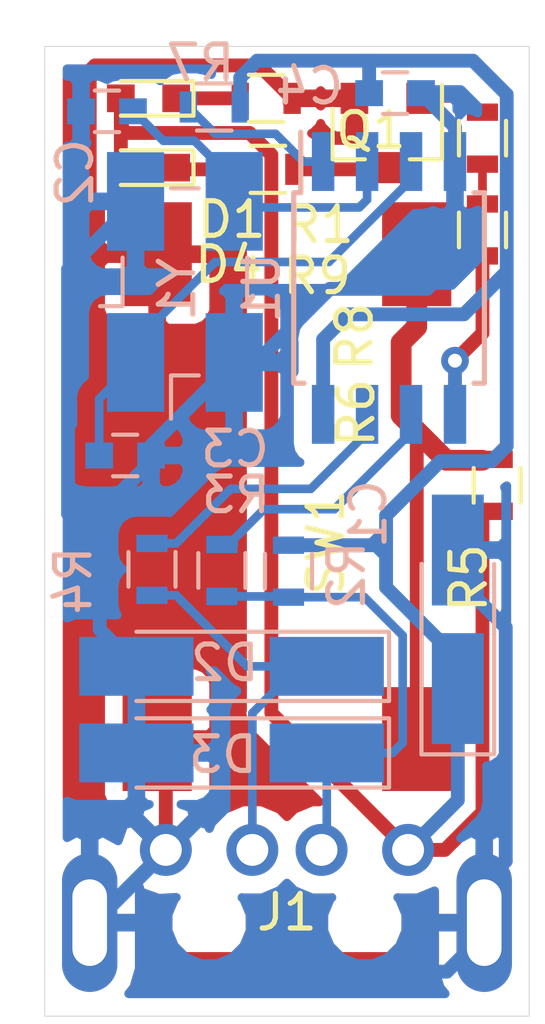
<source format=kicad_pcb>
(kicad_pcb (version 20171130) (host pcbnew 5.0.2-bee76a0~70~ubuntu18.04.1)

  (general
    (thickness 1.6)
    (drawings 4)
    (tracks 192)
    (zones 0)
    (modules 22)
    (nets 16)
  )

  (page A4)
  (layers
    (0 F.Cu signal)
    (31 B.Cu signal)
    (32 B.Adhes user)
    (33 F.Adhes user)
    (34 B.Paste user)
    (35 F.Paste user)
    (36 B.SilkS user)
    (37 F.SilkS user)
    (38 B.Mask user)
    (39 F.Mask user)
    (40 Dwgs.User user)
    (41 Cmts.User user)
    (42 Eco1.User user)
    (43 Eco2.User user)
    (44 Edge.Cuts user)
    (45 Margin user)
    (46 B.CrtYd user)
    (47 F.CrtYd user)
    (48 B.Fab user)
    (49 F.Fab user)
  )

  (setup
    (last_trace_width 0.25)
    (user_trace_width 0.25)
    (user_trace_width 0.4)
    (trace_clearance 0.2)
    (zone_clearance 0.508)
    (zone_45_only no)
    (trace_min 0.2)
    (segment_width 0.2)
    (edge_width 0.0254)
    (via_size 0.8)
    (via_drill 0.4)
    (via_min_size 0.4)
    (via_min_drill 0.3)
    (uvia_size 0.3)
    (uvia_drill 0.1)
    (uvias_allowed no)
    (uvia_min_size 0.2)
    (uvia_min_drill 0.1)
    (pcb_text_width 0.3)
    (pcb_text_size 1.5 1.5)
    (mod_edge_width 0.15)
    (mod_text_size 1 1)
    (mod_text_width 0.15)
    (pad_size 4 3)
    (pad_drill 0)
    (pad_to_mask_clearance 0)
    (solder_mask_min_width 0.25)
    (aux_axis_origin 0 0)
    (visible_elements FFFFFFFF)
    (pcbplotparams
      (layerselection 0x010fc_ffffffff)
      (usegerberextensions false)
      (usegerberattributes false)
      (usegerberadvancedattributes false)
      (creategerberjobfile false)
      (excludeedgelayer true)
      (linewidth 0.100000)
      (plotframeref false)
      (viasonmask false)
      (mode 1)
      (useauxorigin false)
      (hpglpennumber 1)
      (hpglpenspeed 20)
      (hpglpendiameter 15.000000)
      (psnegative false)
      (psa4output false)
      (plotreference true)
      (plotvalue true)
      (plotinvisibletext false)
      (padsonsilk false)
      (subtractmaskfromsilk false)
      (outputformat 1)
      (mirror false)
      (drillshape 1)
      (scaleselection 1)
      (outputdirectory ""))
  )

  (net 0 "")
  (net 1 GND)
  (net 2 VCC)
  (net 3 "Net-(C2-Pad1)")
  (net 4 "Net-(C3-Pad1)")
  (net 5 "Net-(D2-Pad1)")
  (net 6 "Net-(D3-Pad1)")
  (net 7 "Net-(D4-Pad1)")
  (net 8 "Net-(Q1-Pad3)")
  (net 9 "Net-(Q1-Pad1)")
  (net 10 "Net-(R3-Pad1)")
  (net 11 "Net-(R4-Pad1)")
  (net 12 "Net-(R5-Pad1)")
  (net 13 "Net-(R6-Pad2)")
  (net 14 "Net-(R7-Pad1)")
  (net 15 "Net-(D1-Pad1)")

  (net_class Default "This is the default net class."
    (clearance 0.2)
    (trace_width 0.25)
    (via_dia 0.8)
    (via_drill 0.4)
    (uvia_dia 0.3)
    (uvia_drill 0.1)
    (add_net "Net-(C2-Pad1)")
    (add_net "Net-(C3-Pad1)")
    (add_net "Net-(D1-Pad1)")
    (add_net "Net-(D2-Pad1)")
    (add_net "Net-(D3-Pad1)")
    (add_net "Net-(D4-Pad1)")
    (add_net "Net-(Q1-Pad1)")
    (add_net "Net-(Q1-Pad3)")
    (add_net "Net-(R3-Pad1)")
    (add_net "Net-(R4-Pad1)")
    (add_net "Net-(R5-Pad1)")
    (add_net "Net-(R6-Pad2)")
    (add_net "Net-(R7-Pad1)")
  )

  (net_class n1 ""
    (clearance 0.2)
    (trace_width 0.4)
    (via_dia 0.8)
    (via_drill 0.4)
    (uvia_dia 0.3)
    (uvia_drill 0.1)
    (add_net GND)
    (add_net VCC)
  )

  (module snopf:button_schurter_1618_XX_gullwing (layer F.Cu) (tedit 5C45A9F3) (tstamp 5C4391FA)
    (at 150 149 90)
    (path /5AECB068)
    (fp_text reference SW1 (at -1.325 1.125 90) (layer F.SilkS)
      (effects (font (size 1 1) (thickness 0.15)))
    )
    (fp_text value "KMR 231 G LFS" (at 5.6388 -3.6703 90) (layer F.Fab)
      (effects (font (size 1 1) (thickness 0.15)))
    )
    (pad 1 smd rect (at 7 3.75 90) (size 3 2) (layers F.Cu F.Paste F.Mask)
      (net 12 "Net-(R5-Pad1)"))
    (pad 2 smd rect (at 7 -3.75 90) (size 3 2) (layers F.Cu F.Paste F.Mask)
      (net 1 GND))
    (pad 2 smd rect (at -7 -3.75 90) (size 3 2) (layers F.Cu F.Paste F.Mask)
      (net 1 GND))
    (pad 1 smd rect (at -7 3.75 90) (size 3 2) (layers F.Cu F.Paste F.Mask)
      (net 12 "Net-(R5-Pad1)"))
  )

  (module snopf:USB_A_male_4_5_pitch locked (layer F.Cu) (tedit 5C435EFD) (tstamp 5C438DCC)
    (at 150 164)
    (path /5AECF90D)
    (fp_text reference J1 (at 0 -3) (layer F.SilkS)
      (effects (font (size 1 1) (thickness 0.15)))
    )
    (fp_text value USB_A (at 0 -1.524) (layer F.Fab)
      (effects (font (size 1 1) (thickness 0.15)))
    )
    (fp_line (start -6.7 0) (end 6.7 0) (layer F.CrtYd) (width 0.15))
    (fp_line (start 6.7 0) (end 6.7 -6) (layer F.CrtYd) (width 0.15))
    (fp_line (start -6.7 -6) (end 6.7 -6) (layer F.CrtYd) (width 0.15))
    (fp_line (start -6.7 0) (end -6.7 -6) (layer F.CrtYd) (width 0.15))
    (pad 5 thru_hole oval (at 5.7 -2.7) (size 1.6 4) (drill oval 1 2.5) (layers *.Cu *.Mask)
      (net 1 GND))
    (pad "" np_thru_hole circle (at 2.25 -2.7) (size 1.1 1.1) (drill 1.1) (layers *.Cu *.Mask))
    (pad 1 thru_hole circle (at 3.5 -4.8) (size 1.5 1.5) (drill 0.92) (layers *.Cu *.Mask)
      (net 2 VCC))
    (pad 2 thru_hole circle (at 1 -4.8) (size 1.5 1.5) (drill 0.92) (layers *.Cu *.Mask)
      (net 6 "Net-(D3-Pad1)"))
    (pad 3 thru_hole circle (at -1 -4.8) (size 1.5 1.5) (drill 0.92) (layers *.Cu *.Mask)
      (net 5 "Net-(D2-Pad1)"))
    (pad 4 thru_hole circle (at -3.5 -4.8) (size 1.5 1.5) (drill 0.92) (layers *.Cu *.Mask)
      (net 1 GND))
    (pad "" np_thru_hole circle (at -2.25 -2.7) (size 1.1 1.1) (drill 1.1) (layers *.Cu *.Mask))
    (pad 5 thru_hole oval (at -5.7 -2.7) (size 1.6 4) (drill oval 1 2.5) (layers *.Cu *.Mask)
      (net 1 GND))
  )

  (module Diodes_SMD:D_MiniMELF_Handsoldering (layer B.Cu) (tedit 5C4705AE) (tstamp 5C43910C)
    (at 148.4 156.4 180)
    (descr "Diode Mini-MELF Handsoldering")
    (tags "Diode Mini-MELF Handsoldering")
    (path /5AECE9FA)
    (attr smd)
    (fp_text reference D3 (at 0.25 -0.05 180) (layer B.SilkS)
      (effects (font (size 1 1) (thickness 0.15)) (justify mirror))
    )
    (fp_text value Z3,6V (at 0.05 -1.5 180) (layer B.Fab)
      (effects (font (size 1 1) (thickness 0.15)) (justify mirror))
    )
    (fp_line (start -4.65 -1.1) (end -4.65 1.1) (layer B.CrtYd) (width 0.05))
    (fp_line (start 4.65 -1.1) (end -4.65 -1.1) (layer B.CrtYd) (width 0.05))
    (fp_line (start 4.65 1.1) (end 4.65 -1.1) (layer B.CrtYd) (width 0.05))
    (fp_line (start -4.65 1.1) (end 4.65 1.1) (layer B.CrtYd) (width 0.05))
    (fp_line (start -0.75 0) (end -0.35 0) (layer B.Fab) (width 0.1))
    (fp_line (start -0.35 0) (end -0.35 0.55) (layer B.Fab) (width 0.1))
    (fp_line (start -0.35 0) (end -0.35 -0.55) (layer B.Fab) (width 0.1))
    (fp_line (start -0.35 0) (end 0.25 0.4) (layer B.Fab) (width 0.1))
    (fp_line (start 0.25 0.4) (end 0.25 -0.4) (layer B.Fab) (width 0.1))
    (fp_line (start 0.25 -0.4) (end -0.35 0) (layer B.Fab) (width 0.1))
    (fp_line (start 0.25 0) (end 0.75 0) (layer B.Fab) (width 0.1))
    (fp_line (start -1.65 0.8) (end 1.65 0.8) (layer B.Fab) (width 0.1))
    (fp_line (start -1.65 -0.8) (end -1.65 0.8) (layer B.Fab) (width 0.1))
    (fp_line (start 1.65 -0.8) (end -1.65 -0.8) (layer B.Fab) (width 0.1))
    (fp_line (start 1.65 0.8) (end 1.65 -0.8) (layer B.Fab) (width 0.1))
    (fp_line (start -4.55 -1) (end 2.75 -1) (layer B.SilkS) (width 0.12))
    (fp_line (start -4.55 1) (end -4.55 -1) (layer B.SilkS) (width 0.12))
    (fp_line (start 2.75 1) (end -4.55 1) (layer B.SilkS) (width 0.12))
    (fp_text user %R (at 3.9 -1.75 270) (layer B.Fab)
      (effects (font (size 1 1) (thickness 0.15)) (justify mirror))
    )
    (pad 2 smd rect (at 2.75 0 180) (size 3.3 1.7) (layers B.Cu B.Paste B.Mask)
      (net 1 GND))
    (pad 1 smd rect (at -2.75 0 180) (size 3.3 1.7) (layers B.Cu B.Paste B.Mask)
      (net 6 "Net-(D3-Pad1)"))
    (model ${KISYS3DMOD}/Diodes_SMD.3dshapes/D_MiniMELF.wrl
      (at (xyz 0 0 0))
      (scale (xyz 1 1 1))
      (rotate (xyz 0 0 0))
    )
  )

  (module Capacitors_Tantalum_SMD:CP_Tantalum_Case-A_EIA-3216-18_Hand (layer B.Cu) (tedit 58CC8C08) (tstamp 5C476F51)
    (at 154.9366 152.542031 90)
    (descr "Tantalum capacitor, Case A, EIA 3216-18, 3.2x1.6x1.6mm, Hand soldering footprint")
    (tags "capacitor tantalum smd")
    (path /5AED2C06)
    (attr smd)
    (fp_text reference C1 (at 3.042031 -2.5866 90) (layer B.SilkS)
      (effects (font (size 1 1) (thickness 0.15)) (justify mirror))
    )
    (fp_text value 4u7 (at 0 -2.55 90) (layer B.Fab)
      (effects (font (size 1 1) (thickness 0.15)) (justify mirror))
    )
    (fp_line (start -3.9 1.05) (end -3.9 -1.05) (layer B.SilkS) (width 0.12))
    (fp_line (start -3.9 -1.05) (end 1.6 -1.05) (layer B.SilkS) (width 0.12))
    (fp_line (start -3.9 1.05) (end 1.6 1.05) (layer B.SilkS) (width 0.12))
    (fp_line (start -1.12 0.8) (end -1.12 -0.8) (layer B.Fab) (width 0.1))
    (fp_line (start -1.28 0.8) (end -1.28 -0.8) (layer B.Fab) (width 0.1))
    (fp_line (start 1.6 0.8) (end -1.6 0.8) (layer B.Fab) (width 0.1))
    (fp_line (start 1.6 -0.8) (end 1.6 0.8) (layer B.Fab) (width 0.1))
    (fp_line (start -1.6 -0.8) (end 1.6 -0.8) (layer B.Fab) (width 0.1))
    (fp_line (start -1.6 0.8) (end -1.6 -0.8) (layer B.Fab) (width 0.1))
    (fp_line (start 4 1.2) (end -4 1.2) (layer B.CrtYd) (width 0.05))
    (fp_line (start 4 -1.2) (end 4 1.2) (layer B.CrtYd) (width 0.05))
    (fp_line (start -4 -1.2) (end 4 -1.2) (layer B.CrtYd) (width 0.05))
    (fp_line (start -4 1.2) (end -4 -1.2) (layer B.CrtYd) (width 0.05))
    (fp_text user %R (at 0 0 90) (layer B.Fab)
      (effects (font (size 0.7 0.7) (thickness 0.105)) (justify mirror))
    )
    (pad 2 smd rect (at 2 0 90) (size 3.2 1.5) (layers B.Cu B.Paste B.Mask)
      (net 1 GND))
    (pad 1 smd rect (at -2 0 90) (size 3.2 1.5) (layers B.Cu B.Paste B.Mask)
      (net 2 VCC))
    (model Capacitors_Tantalum_SMD.3dshapes/CP_Tantalum_Case-A_EIA-3216-18.wrl
      (at (xyz 0 0 0))
      (scale (xyz 1 1 1))
      (rotate (xyz 0 0 0))
    )
  )

  (module Capacitors_SMD:C_0603 (layer B.Cu) (tedit 59958EE7) (tstamp 5C4390A4)
    (at 144.8 137.875 180)
    (descr "Capacitor SMD 0603, reflow soldering, AVX (see smccp.pdf)")
    (tags "capacitor 0603")
    (path /5AECA262)
    (attr smd)
    (fp_text reference C2 (at 0.925 -1.775 270) (layer B.SilkS)
      (effects (font (size 1 1) (thickness 0.15)) (justify mirror))
    )
    (fp_text value 18pF (at 0 -1.5 180) (layer B.Fab)
      (effects (font (size 1 1) (thickness 0.15)) (justify mirror))
    )
    (fp_text user %R (at 0 0 180) (layer B.Fab)
      (effects (font (size 0.3 0.3) (thickness 0.075)) (justify mirror))
    )
    (fp_line (start -0.8 -0.4) (end -0.8 0.4) (layer B.Fab) (width 0.1))
    (fp_line (start 0.8 -0.4) (end -0.8 -0.4) (layer B.Fab) (width 0.1))
    (fp_line (start 0.8 0.4) (end 0.8 -0.4) (layer B.Fab) (width 0.1))
    (fp_line (start -0.8 0.4) (end 0.8 0.4) (layer B.Fab) (width 0.1))
    (fp_line (start -0.35 0.6) (end 0.35 0.6) (layer B.SilkS) (width 0.12))
    (fp_line (start 0.35 -0.6) (end -0.35 -0.6) (layer B.SilkS) (width 0.12))
    (fp_line (start -1.4 0.65) (end 1.4 0.65) (layer B.CrtYd) (width 0.05))
    (fp_line (start -1.4 0.65) (end -1.4 -0.65) (layer B.CrtYd) (width 0.05))
    (fp_line (start 1.4 -0.65) (end 1.4 0.65) (layer B.CrtYd) (width 0.05))
    (fp_line (start 1.4 -0.65) (end -1.4 -0.65) (layer B.CrtYd) (width 0.05))
    (pad 1 smd rect (at -0.75 0 180) (size 0.8 0.75) (layers B.Cu B.Paste B.Mask)
      (net 3 "Net-(C2-Pad1)"))
    (pad 2 smd rect (at 0.75 0 180) (size 0.8 0.75) (layers B.Cu B.Paste B.Mask)
      (net 1 GND))
    (model Capacitors_SMD.3dshapes/C_0603.wrl
      (at (xyz 0 0 0))
      (scale (xyz 1 1 1))
      (rotate (xyz 0 0 0))
    )
  )

  (module Capacitors_SMD:C_0603 (layer B.Cu) (tedit 59958EE7) (tstamp 5C438FCF)
    (at 145.325 147.811951)
    (descr "Capacitor SMD 0603, reflow soldering, AVX (see smccp.pdf)")
    (tags "capacitor 0603")
    (path /5AECA1C1)
    (attr smd)
    (fp_text reference C3 (at 3.175 -0.186951) (layer B.SilkS)
      (effects (font (size 1 1) (thickness 0.15)) (justify mirror))
    )
    (fp_text value 18pF (at 0 -1.5) (layer B.Fab)
      (effects (font (size 1 1) (thickness 0.15)) (justify mirror))
    )
    (fp_text user %R (at 0 0) (layer B.Fab)
      (effects (font (size 0.3 0.3) (thickness 0.075)) (justify mirror))
    )
    (fp_line (start -0.8 -0.4) (end -0.8 0.4) (layer B.Fab) (width 0.1))
    (fp_line (start 0.8 -0.4) (end -0.8 -0.4) (layer B.Fab) (width 0.1))
    (fp_line (start 0.8 0.4) (end 0.8 -0.4) (layer B.Fab) (width 0.1))
    (fp_line (start -0.8 0.4) (end 0.8 0.4) (layer B.Fab) (width 0.1))
    (fp_line (start -0.35 0.6) (end 0.35 0.6) (layer B.SilkS) (width 0.12))
    (fp_line (start 0.35 -0.6) (end -0.35 -0.6) (layer B.SilkS) (width 0.12))
    (fp_line (start -1.4 0.65) (end 1.4 0.65) (layer B.CrtYd) (width 0.05))
    (fp_line (start -1.4 0.65) (end -1.4 -0.65) (layer B.CrtYd) (width 0.05))
    (fp_line (start 1.4 -0.65) (end 1.4 0.65) (layer B.CrtYd) (width 0.05))
    (fp_line (start 1.4 -0.65) (end -1.4 -0.65) (layer B.CrtYd) (width 0.05))
    (pad 1 smd rect (at -0.75 0) (size 0.8 0.75) (layers B.Cu B.Paste B.Mask)
      (net 4 "Net-(C3-Pad1)"))
    (pad 2 smd rect (at 0.75 0) (size 0.8 0.75) (layers B.Cu B.Paste B.Mask)
      (net 1 GND))
    (model Capacitors_SMD.3dshapes/C_0603.wrl
      (at (xyz 0 0 0))
      (scale (xyz 1 1 1))
      (rotate (xyz 0 0 0))
    )
  )

  (module Capacitors_SMD:C_0603 (layer B.Cu) (tedit 59958EE7) (tstamp 5C438DF5)
    (at 153.125 137.35)
    (descr "Capacitor SMD 0603, reflow soldering, AVX (see smccp.pdf)")
    (tags "capacitor 0603")
    (path /5AECA82D)
    (attr smd)
    (fp_text reference C4 (at -2.475 -0.2 180) (layer B.SilkS)
      (effects (font (size 1 1) (thickness 0.15)) (justify mirror))
    )
    (fp_text value 100n (at 0 -1.5) (layer B.Fab)
      (effects (font (size 1 1) (thickness 0.15)) (justify mirror))
    )
    (fp_line (start 1.4 -0.65) (end -1.4 -0.65) (layer B.CrtYd) (width 0.05))
    (fp_line (start 1.4 -0.65) (end 1.4 0.65) (layer B.CrtYd) (width 0.05))
    (fp_line (start -1.4 0.65) (end -1.4 -0.65) (layer B.CrtYd) (width 0.05))
    (fp_line (start -1.4 0.65) (end 1.4 0.65) (layer B.CrtYd) (width 0.05))
    (fp_line (start 0.35 -0.6) (end -0.35 -0.6) (layer B.SilkS) (width 0.12))
    (fp_line (start -0.35 0.6) (end 0.35 0.6) (layer B.SilkS) (width 0.12))
    (fp_line (start -0.8 0.4) (end 0.8 0.4) (layer B.Fab) (width 0.1))
    (fp_line (start 0.8 0.4) (end 0.8 -0.4) (layer B.Fab) (width 0.1))
    (fp_line (start 0.8 -0.4) (end -0.8 -0.4) (layer B.Fab) (width 0.1))
    (fp_line (start -0.8 -0.4) (end -0.8 0.4) (layer B.Fab) (width 0.1))
    (fp_text user %R (at 0 0) (layer B.Fab)
      (effects (font (size 0.3 0.3) (thickness 0.075)) (justify mirror))
    )
    (pad 2 smd rect (at 0.75 0) (size 0.8 0.75) (layers B.Cu B.Paste B.Mask)
      (net 1 GND))
    (pad 1 smd rect (at -0.75 0) (size 0.8 0.75) (layers B.Cu B.Paste B.Mask)
      (net 2 VCC))
    (model Capacitors_SMD.3dshapes/C_0603.wrl
      (at (xyz 0 0 0))
      (scale (xyz 1 1 1))
      (rotate (xyz 0 0 0))
    )
  )

  (module LEDs:LED_0603 (layer F.Cu) (tedit 57FE93A5) (tstamp 5C438E80)
    (at 146 137.5 180)
    (descr "LED 0603 smd package")
    (tags "LED led 0603 SMD smd SMT smt smdled SMDLED smtled SMTLED")
    (path /5AED22F8)
    (attr smd)
    (fp_text reference D1 (at -2.4 -3.5 180) (layer F.SilkS)
      (effects (font (size 1 1) (thickness 0.15)))
    )
    (fp_text value "LED GREEN" (at 0 1.35 180) (layer F.Fab)
      (effects (font (size 1 1) (thickness 0.15)))
    )
    (fp_line (start -1.3 -0.5) (end -1.3 0.5) (layer F.SilkS) (width 0.12))
    (fp_line (start -0.2 -0.2) (end -0.2 0.2) (layer F.Fab) (width 0.1))
    (fp_line (start -0.15 0) (end 0.15 -0.2) (layer F.Fab) (width 0.1))
    (fp_line (start 0.15 0.2) (end -0.15 0) (layer F.Fab) (width 0.1))
    (fp_line (start 0.15 -0.2) (end 0.15 0.2) (layer F.Fab) (width 0.1))
    (fp_line (start 0.8 0.4) (end -0.8 0.4) (layer F.Fab) (width 0.1))
    (fp_line (start 0.8 -0.4) (end 0.8 0.4) (layer F.Fab) (width 0.1))
    (fp_line (start -0.8 -0.4) (end 0.8 -0.4) (layer F.Fab) (width 0.1))
    (fp_line (start -0.8 0.4) (end -0.8 -0.4) (layer F.Fab) (width 0.1))
    (fp_line (start -1.3 0.5) (end 0.8 0.5) (layer F.SilkS) (width 0.12))
    (fp_line (start -1.3 -0.5) (end 0.8 -0.5) (layer F.SilkS) (width 0.12))
    (fp_line (start 1.45 -0.65) (end 1.45 0.65) (layer F.CrtYd) (width 0.05))
    (fp_line (start 1.45 0.65) (end -1.45 0.65) (layer F.CrtYd) (width 0.05))
    (fp_line (start -1.45 0.65) (end -1.45 -0.65) (layer F.CrtYd) (width 0.05))
    (fp_line (start -1.45 -0.65) (end 1.45 -0.65) (layer F.CrtYd) (width 0.05))
    (pad 2 smd rect (at 0.8 0) (size 0.8 0.8) (layers F.Cu F.Paste F.Mask)
      (net 2 VCC))
    (pad 1 smd rect (at -0.8 0) (size 0.8 0.8) (layers F.Cu F.Paste F.Mask)
      (net 15 "Net-(D1-Pad1)"))
    (model ${KISYS3DMOD}/LEDs.3dshapes/LED_0603.wrl
      (at (xyz 0 0 0))
      (scale (xyz 1 1 1))
      (rotate (xyz 0 0 180))
    )
  )

  (module Diodes_SMD:D_MiniMELF_Handsoldering (layer B.Cu) (tedit 5C4705B7) (tstamp 5C438F8F)
    (at 148.4 153.9 180)
    (descr "Diode Mini-MELF Handsoldering")
    (tags "Diode Mini-MELF Handsoldering")
    (path /5AECE8D1)
    (attr smd)
    (fp_text reference D2 (at 0.2 0.1 180) (layer B.SilkS)
      (effects (font (size 1 1) (thickness 0.15)) (justify mirror))
    )
    (fp_text value Z3,6V (at 0 -1.75 180) (layer B.Fab)
      (effects (font (size 1 1) (thickness 0.15)) (justify mirror))
    )
    (fp_line (start -4.65 -1.1) (end -4.65 1.1) (layer B.CrtYd) (width 0.05))
    (fp_line (start 4.65 -1.1) (end -4.65 -1.1) (layer B.CrtYd) (width 0.05))
    (fp_line (start 4.65 1.1) (end 4.65 -1.1) (layer B.CrtYd) (width 0.05))
    (fp_line (start -4.65 1.1) (end 4.65 1.1) (layer B.CrtYd) (width 0.05))
    (fp_line (start -0.75 0) (end -0.35 0) (layer B.Fab) (width 0.1))
    (fp_line (start -0.35 0) (end -0.35 0.55) (layer B.Fab) (width 0.1))
    (fp_line (start -0.35 0) (end -0.35 -0.55) (layer B.Fab) (width 0.1))
    (fp_line (start -0.35 0) (end 0.25 0.4) (layer B.Fab) (width 0.1))
    (fp_line (start 0.25 0.4) (end 0.25 -0.4) (layer B.Fab) (width 0.1))
    (fp_line (start 0.25 -0.4) (end -0.35 0) (layer B.Fab) (width 0.1))
    (fp_line (start 0.25 0) (end 0.75 0) (layer B.Fab) (width 0.1))
    (fp_line (start -1.65 0.8) (end 1.65 0.8) (layer B.Fab) (width 0.1))
    (fp_line (start -1.65 -0.8) (end -1.65 0.8) (layer B.Fab) (width 0.1))
    (fp_line (start 1.65 -0.8) (end -1.65 -0.8) (layer B.Fab) (width 0.1))
    (fp_line (start 1.65 0.8) (end 1.65 -0.8) (layer B.Fab) (width 0.1))
    (fp_line (start -4.55 -1) (end 2.75 -1) (layer B.SilkS) (width 0.12))
    (fp_line (start -4.55 1) (end -4.55 -1) (layer B.SilkS) (width 0.12))
    (fp_line (start 2.75 1) (end -4.55 1) (layer B.SilkS) (width 0.12))
    (fp_text user %R (at 0 1.75 180) (layer B.Fab)
      (effects (font (size 1 1) (thickness 0.15)) (justify mirror))
    )
    (pad 2 smd rect (at 2.75 0 180) (size 3.3 1.7) (layers B.Cu B.Paste B.Mask)
      (net 1 GND))
    (pad 1 smd rect (at -2.75 0 180) (size 3.3 1.7) (layers B.Cu B.Paste B.Mask)
      (net 5 "Net-(D2-Pad1)"))
    (model ${KISYS3DMOD}/Diodes_SMD.3dshapes/D_MiniMELF.wrl
      (at (xyz 0 0 0))
      (scale (xyz 1 1 1))
      (rotate (xyz 0 0 0))
    )
  )

  (module LEDs:LED_0603 (layer F.Cu) (tedit 57FE93A5) (tstamp 5C43906C)
    (at 146 139.5 180)
    (descr "LED 0603 smd package")
    (tags "LED led 0603 SMD smd SMT smt smdled SMDLED smtled SMTLED")
    (path /5AECD2DE)
    (attr smd)
    (fp_text reference D4 (at -2.325 -2.8 180) (layer F.SilkS)
      (effects (font (size 1 1) (thickness 0.15)))
    )
    (fp_text value "LED RED" (at 0 1.35 180) (layer F.Fab)
      (effects (font (size 1 1) (thickness 0.15)))
    )
    (fp_line (start -1.45 -0.65) (end 1.45 -0.65) (layer F.CrtYd) (width 0.05))
    (fp_line (start -1.45 0.65) (end -1.45 -0.65) (layer F.CrtYd) (width 0.05))
    (fp_line (start 1.45 0.65) (end -1.45 0.65) (layer F.CrtYd) (width 0.05))
    (fp_line (start 1.45 -0.65) (end 1.45 0.65) (layer F.CrtYd) (width 0.05))
    (fp_line (start -1.3 -0.5) (end 0.8 -0.5) (layer F.SilkS) (width 0.12))
    (fp_line (start -1.3 0.5) (end 0.8 0.5) (layer F.SilkS) (width 0.12))
    (fp_line (start -0.8 0.4) (end -0.8 -0.4) (layer F.Fab) (width 0.1))
    (fp_line (start -0.8 -0.4) (end 0.8 -0.4) (layer F.Fab) (width 0.1))
    (fp_line (start 0.8 -0.4) (end 0.8 0.4) (layer F.Fab) (width 0.1))
    (fp_line (start 0.8 0.4) (end -0.8 0.4) (layer F.Fab) (width 0.1))
    (fp_line (start 0.15 -0.2) (end 0.15 0.2) (layer F.Fab) (width 0.1))
    (fp_line (start 0.15 0.2) (end -0.15 0) (layer F.Fab) (width 0.1))
    (fp_line (start -0.15 0) (end 0.15 -0.2) (layer F.Fab) (width 0.1))
    (fp_line (start -0.2 -0.2) (end -0.2 0.2) (layer F.Fab) (width 0.1))
    (fp_line (start -1.3 -0.5) (end -1.3 0.5) (layer F.SilkS) (width 0.12))
    (pad 1 smd rect (at -0.8 0) (size 0.8 0.8) (layers F.Cu F.Paste F.Mask)
      (net 7 "Net-(D4-Pad1)"))
    (pad 2 smd rect (at 0.8 0) (size 0.8 0.8) (layers F.Cu F.Paste F.Mask)
      (net 2 VCC))
    (model ${KISYS3DMOD}/LEDs.3dshapes/LED_0603.wrl
      (at (xyz 0 0 0))
      (scale (xyz 1 1 1))
      (rotate (xyz 0 0 180))
    )
  )

  (module TO_SOT_Packages_SMD:SOT-23 (layer F.Cu) (tedit 58CE4E7E) (tstamp 5C438EEF)
    (at 152.9 138.5 270)
    (descr "SOT-23, Standard")
    (tags SOT-23)
    (path /5AECB195)
    (attr smd)
    (fp_text reference Q1 (at -0.075 0.475) (layer F.SilkS)
      (effects (font (size 1 1) (thickness 0.15)))
    )
    (fp_text value "2N 2222A" (at 0 2.5 270) (layer F.Fab)
      (effects (font (size 1 1) (thickness 0.15)))
    )
    (fp_line (start 0.76 1.58) (end -0.7 1.58) (layer F.SilkS) (width 0.12))
    (fp_line (start 0.76 -1.58) (end -1.4 -1.58) (layer F.SilkS) (width 0.12))
    (fp_line (start -1.7 1.75) (end -1.7 -1.75) (layer F.CrtYd) (width 0.05))
    (fp_line (start 1.7 1.75) (end -1.7 1.75) (layer F.CrtYd) (width 0.05))
    (fp_line (start 1.7 -1.75) (end 1.7 1.75) (layer F.CrtYd) (width 0.05))
    (fp_line (start -1.7 -1.75) (end 1.7 -1.75) (layer F.CrtYd) (width 0.05))
    (fp_line (start 0.76 -1.58) (end 0.76 -0.65) (layer F.SilkS) (width 0.12))
    (fp_line (start 0.76 1.58) (end 0.76 0.65) (layer F.SilkS) (width 0.12))
    (fp_line (start -0.7 1.52) (end 0.7 1.52) (layer F.Fab) (width 0.1))
    (fp_line (start 0.7 -1.52) (end 0.7 1.52) (layer F.Fab) (width 0.1))
    (fp_line (start -0.7 -0.95) (end -0.15 -1.52) (layer F.Fab) (width 0.1))
    (fp_line (start -0.15 -1.52) (end 0.7 -1.52) (layer F.Fab) (width 0.1))
    (fp_line (start -0.7 -0.95) (end -0.7 1.5) (layer F.Fab) (width 0.1))
    (fp_text user %R (at 0 0) (layer F.Fab)
      (effects (font (size 0.5 0.5) (thickness 0.075)))
    )
    (pad 3 smd rect (at 1 0 270) (size 0.9 0.8) (layers F.Cu F.Paste F.Mask)
      (net 8 "Net-(Q1-Pad3)"))
    (pad 2 smd rect (at -1 0.95 270) (size 0.9 0.8) (layers F.Cu F.Paste F.Mask)
      (net 1 GND))
    (pad 1 smd rect (at -1 -0.95 270) (size 0.9 0.8) (layers F.Cu F.Paste F.Mask)
      (net 9 "Net-(Q1-Pad1)"))
    (model ${KISYS3DMOD}/TO_SOT_Packages_SMD.3dshapes/SOT-23.wrl
      (at (xyz 0 0 0))
      (scale (xyz 1 1 1))
      (rotate (xyz 0 0 0))
    )
  )

  (module Resistors_SMD:R_0603 (layer F.Cu) (tedit 58E0A804) (tstamp 5C438FFF)
    (at 149.4 137.5 180)
    (descr "Resistor SMD 0603, reflow soldering, Vishay (see dcrcw.pdf)")
    (tags "resistor 0603")
    (path /5AED2160)
    (attr smd)
    (fp_text reference R1 (at -1.55 -3.65 180) (layer F.SilkS)
      (effects (font (size 1 1) (thickness 0.15)))
    )
    (fp_text value 220R (at 0 1.5 180) (layer F.Fab)
      (effects (font (size 1 1) (thickness 0.15)))
    )
    (fp_text user %R (at 0 0) (layer F.Fab)
      (effects (font (size 0.4 0.4) (thickness 0.075)))
    )
    (fp_line (start -0.8 0.4) (end -0.8 -0.4) (layer F.Fab) (width 0.1))
    (fp_line (start 0.8 0.4) (end -0.8 0.4) (layer F.Fab) (width 0.1))
    (fp_line (start 0.8 -0.4) (end 0.8 0.4) (layer F.Fab) (width 0.1))
    (fp_line (start -0.8 -0.4) (end 0.8 -0.4) (layer F.Fab) (width 0.1))
    (fp_line (start 0.5 0.68) (end -0.5 0.68) (layer F.SilkS) (width 0.12))
    (fp_line (start -0.5 -0.68) (end 0.5 -0.68) (layer F.SilkS) (width 0.12))
    (fp_line (start -1.25 -0.7) (end 1.25 -0.7) (layer F.CrtYd) (width 0.05))
    (fp_line (start -1.25 -0.7) (end -1.25 0.7) (layer F.CrtYd) (width 0.05))
    (fp_line (start 1.25 0.7) (end 1.25 -0.7) (layer F.CrtYd) (width 0.05))
    (fp_line (start 1.25 0.7) (end -1.25 0.7) (layer F.CrtYd) (width 0.05))
    (pad 1 smd rect (at -0.75 0 180) (size 0.5 0.9) (layers F.Cu F.Paste F.Mask)
      (net 1 GND))
    (pad 2 smd rect (at 0.75 0 180) (size 0.5 0.9) (layers F.Cu F.Paste F.Mask)
      (net 15 "Net-(D1-Pad1)"))
    (model ${KISYS3DMOD}/Resistors_SMD.3dshapes/R_0603.wrl
      (at (xyz 0 0 0))
      (scale (xyz 1 1 1))
      (rotate (xyz 0 0 0))
    )
  )

  (module Resistors_SMD:R_0603 (layer B.Cu) (tedit 58E0A804) (tstamp 5C438F27)
    (at 150.04456 151.152651 270)
    (descr "Resistor SMD 0603, reflow soldering, Vishay (see dcrcw.pdf)")
    (tags "resistor 0603")
    (path /5AECF604)
    (attr smd)
    (fp_text reference R2 (at 0.122349 -1.68044 270) (layer B.SilkS)
      (effects (font (size 1 1) (thickness 0.15)) (justify mirror))
    )
    (fp_text value 1k5 (at 0 -1.5 90) (layer B.Fab)
      (effects (font (size 1 1) (thickness 0.15)) (justify mirror))
    )
    (fp_line (start 1.25 -0.7) (end -1.25 -0.7) (layer B.CrtYd) (width 0.05))
    (fp_line (start 1.25 -0.7) (end 1.25 0.7) (layer B.CrtYd) (width 0.05))
    (fp_line (start -1.25 0.7) (end -1.25 -0.7) (layer B.CrtYd) (width 0.05))
    (fp_line (start -1.25 0.7) (end 1.25 0.7) (layer B.CrtYd) (width 0.05))
    (fp_line (start -0.5 0.68) (end 0.5 0.68) (layer B.SilkS) (width 0.12))
    (fp_line (start 0.5 -0.68) (end -0.5 -0.68) (layer B.SilkS) (width 0.12))
    (fp_line (start -0.8 0.4) (end 0.8 0.4) (layer B.Fab) (width 0.1))
    (fp_line (start 0.8 0.4) (end 0.8 -0.4) (layer B.Fab) (width 0.1))
    (fp_line (start 0.8 -0.4) (end -0.8 -0.4) (layer B.Fab) (width 0.1))
    (fp_line (start -0.8 -0.4) (end -0.8 0.4) (layer B.Fab) (width 0.1))
    (fp_text user %R (at 0 0 180) (layer B.Fab)
      (effects (font (size 0.4 0.4) (thickness 0.075)) (justify mirror))
    )
    (pad 2 smd rect (at 0.75 0 270) (size 0.5 0.9) (layers B.Cu B.Paste B.Mask)
      (net 6 "Net-(D3-Pad1)"))
    (pad 1 smd rect (at -0.75 0 270) (size 0.5 0.9) (layers B.Cu B.Paste B.Mask)
      (net 2 VCC))
    (model ${KISYS3DMOD}/Resistors_SMD.3dshapes/R_0603.wrl
      (at (xyz 0 0 0))
      (scale (xyz 1 1 1))
      (rotate (xyz 0 0 0))
    )
  )

  (module Resistors_SMD:R_0603 (layer B.Cu) (tedit 58E0A804) (tstamp 5C438F57)
    (at 148.11924 151.131631 270)
    (descr "Resistor SMD 0603, reflow soldering, Vishay (see dcrcw.pdf)")
    (tags "resistor 0603")
    (path /5AECE1BB)
    (attr smd)
    (fp_text reference R3 (at -2.181631 -0.40576) (layer B.SilkS)
      (effects (font (size 1 1) (thickness 0.15)) (justify mirror))
    )
    (fp_text value 68R (at 0 -1.5 270) (layer B.Fab)
      (effects (font (size 1 1) (thickness 0.15)) (justify mirror))
    )
    (fp_line (start 1.25 -0.7) (end -1.25 -0.7) (layer B.CrtYd) (width 0.05))
    (fp_line (start 1.25 -0.7) (end 1.25 0.7) (layer B.CrtYd) (width 0.05))
    (fp_line (start -1.25 0.7) (end -1.25 -0.7) (layer B.CrtYd) (width 0.05))
    (fp_line (start -1.25 0.7) (end 1.25 0.7) (layer B.CrtYd) (width 0.05))
    (fp_line (start -0.5 0.68) (end 0.5 0.68) (layer B.SilkS) (width 0.12))
    (fp_line (start 0.5 -0.68) (end -0.5 -0.68) (layer B.SilkS) (width 0.12))
    (fp_line (start -0.8 0.4) (end 0.8 0.4) (layer B.Fab) (width 0.1))
    (fp_line (start 0.8 0.4) (end 0.8 -0.4) (layer B.Fab) (width 0.1))
    (fp_line (start 0.8 -0.4) (end -0.8 -0.4) (layer B.Fab) (width 0.1))
    (fp_line (start -0.8 -0.4) (end -0.8 0.4) (layer B.Fab) (width 0.1))
    (fp_text user %R (at 0 0 270) (layer B.Fab)
      (effects (font (size 0.4 0.4) (thickness 0.075)) (justify mirror))
    )
    (pad 2 smd rect (at 0.75 0 270) (size 0.5 0.9) (layers B.Cu B.Paste B.Mask)
      (net 6 "Net-(D3-Pad1)"))
    (pad 1 smd rect (at -0.75 0 270) (size 0.5 0.9) (layers B.Cu B.Paste B.Mask)
      (net 10 "Net-(R3-Pad1)"))
    (model ${KISYS3DMOD}/Resistors_SMD.3dshapes/R_0603.wrl
      (at (xyz 0 0 0))
      (scale (xyz 1 1 1))
      (rotate (xyz 0 0 0))
    )
  )

  (module Resistors_SMD:R_0603 (layer B.Cu) (tedit 58E0A804) (tstamp 5C439218)
    (at 146.1 151.1 270)
    (descr "Resistor SMD 0603, reflow soldering, Vishay (see dcrcw.pdf)")
    (tags "resistor 0603")
    (path /5AECE148)
    (attr smd)
    (fp_text reference R4 (at 0.325 2.275 270) (layer B.SilkS)
      (effects (font (size 1 1) (thickness 0.15)) (justify mirror))
    )
    (fp_text value 68R (at 0 -1.5 270) (layer B.Fab)
      (effects (font (size 1 1) (thickness 0.15)) (justify mirror))
    )
    (fp_text user %R (at 0 0 270) (layer B.Fab)
      (effects (font (size 0.4 0.4) (thickness 0.075)) (justify mirror))
    )
    (fp_line (start -0.8 -0.4) (end -0.8 0.4) (layer B.Fab) (width 0.1))
    (fp_line (start 0.8 -0.4) (end -0.8 -0.4) (layer B.Fab) (width 0.1))
    (fp_line (start 0.8 0.4) (end 0.8 -0.4) (layer B.Fab) (width 0.1))
    (fp_line (start -0.8 0.4) (end 0.8 0.4) (layer B.Fab) (width 0.1))
    (fp_line (start 0.5 -0.68) (end -0.5 -0.68) (layer B.SilkS) (width 0.12))
    (fp_line (start -0.5 0.68) (end 0.5 0.68) (layer B.SilkS) (width 0.12))
    (fp_line (start -1.25 0.7) (end 1.25 0.7) (layer B.CrtYd) (width 0.05))
    (fp_line (start -1.25 0.7) (end -1.25 -0.7) (layer B.CrtYd) (width 0.05))
    (fp_line (start 1.25 -0.7) (end 1.25 0.7) (layer B.CrtYd) (width 0.05))
    (fp_line (start 1.25 -0.7) (end -1.25 -0.7) (layer B.CrtYd) (width 0.05))
    (pad 1 smd rect (at -0.75 0 270) (size 0.5 0.9) (layers B.Cu B.Paste B.Mask)
      (net 11 "Net-(R4-Pad1)"))
    (pad 2 smd rect (at 0.75 0 270) (size 0.5 0.9) (layers B.Cu B.Paste B.Mask)
      (net 5 "Net-(D2-Pad1)"))
    (model ${KISYS3DMOD}/Resistors_SMD.3dshapes/R_0603.wrl
      (at (xyz 0 0 0))
      (scale (xyz 1 1 1))
      (rotate (xyz 0 0 0))
    )
  )

  (module Resistors_SMD:R_0603 (layer F.Cu) (tedit 58E0A804) (tstamp 5C477884)
    (at 156.075 148.675 270)
    (descr "Resistor SMD 0603, reflow soldering, Vishay (see dcrcw.pdf)")
    (tags "resistor 0603")
    (path /5AECB328)
    (attr smd)
    (fp_text reference R5 (at 2.675 0.825 270) (layer F.SilkS)
      (effects (font (size 1 1) (thickness 0.15)))
    )
    (fp_text value 10k (at 0 1.5 270) (layer F.Fab)
      (effects (font (size 1 1) (thickness 0.15)))
    )
    (fp_text user %R (at 0 0 270) (layer F.Fab)
      (effects (font (size 0.4 0.4) (thickness 0.075)))
    )
    (fp_line (start -0.8 0.4) (end -0.8 -0.4) (layer F.Fab) (width 0.1))
    (fp_line (start 0.8 0.4) (end -0.8 0.4) (layer F.Fab) (width 0.1))
    (fp_line (start 0.8 -0.4) (end 0.8 0.4) (layer F.Fab) (width 0.1))
    (fp_line (start -0.8 -0.4) (end 0.8 -0.4) (layer F.Fab) (width 0.1))
    (fp_line (start 0.5 0.68) (end -0.5 0.68) (layer F.SilkS) (width 0.12))
    (fp_line (start -0.5 -0.68) (end 0.5 -0.68) (layer F.SilkS) (width 0.12))
    (fp_line (start -1.25 -0.7) (end 1.25 -0.7) (layer F.CrtYd) (width 0.05))
    (fp_line (start -1.25 -0.7) (end -1.25 0.7) (layer F.CrtYd) (width 0.05))
    (fp_line (start 1.25 0.7) (end 1.25 -0.7) (layer F.CrtYd) (width 0.05))
    (fp_line (start 1.25 0.7) (end -1.25 0.7) (layer F.CrtYd) (width 0.05))
    (pad 1 smd rect (at -0.75 0 270) (size 0.5 0.9) (layers F.Cu F.Paste F.Mask)
      (net 12 "Net-(R5-Pad1)"))
    (pad 2 smd rect (at 0.75 0 270) (size 0.5 0.9) (layers F.Cu F.Paste F.Mask)
      (net 2 VCC))
    (model ${KISYS3DMOD}/Resistors_SMD.3dshapes/R_0603.wrl
      (at (xyz 0 0 0))
      (scale (xyz 1 1 1))
      (rotate (xyz 0 0 0))
    )
  )

  (module Resistors_SMD:R_0603 (layer F.Cu) (tedit 58E0A804) (tstamp 5C43914C)
    (at 155.65 141.3 270)
    (descr "Resistor SMD 0603, reflow soldering, Vishay (see dcrcw.pdf)")
    (tags "resistor 0603")
    (path /5AECAE7E)
    (attr smd)
    (fp_text reference R6 (at 5.275 3.65 270) (layer F.SilkS)
      (effects (font (size 1 1) (thickness 0.15)))
    )
    (fp_text value 1k (at 0 1.5 270) (layer F.Fab)
      (effects (font (size 1 1) (thickness 0.15)))
    )
    (fp_line (start 1.25 0.7) (end -1.25 0.7) (layer F.CrtYd) (width 0.05))
    (fp_line (start 1.25 0.7) (end 1.25 -0.7) (layer F.CrtYd) (width 0.05))
    (fp_line (start -1.25 -0.7) (end -1.25 0.7) (layer F.CrtYd) (width 0.05))
    (fp_line (start -1.25 -0.7) (end 1.25 -0.7) (layer F.CrtYd) (width 0.05))
    (fp_line (start -0.5 -0.68) (end 0.5 -0.68) (layer F.SilkS) (width 0.12))
    (fp_line (start 0.5 0.68) (end -0.5 0.68) (layer F.SilkS) (width 0.12))
    (fp_line (start -0.8 -0.4) (end 0.8 -0.4) (layer F.Fab) (width 0.1))
    (fp_line (start 0.8 -0.4) (end 0.8 0.4) (layer F.Fab) (width 0.1))
    (fp_line (start 0.8 0.4) (end -0.8 0.4) (layer F.Fab) (width 0.1))
    (fp_line (start -0.8 0.4) (end -0.8 -0.4) (layer F.Fab) (width 0.1))
    (fp_text user %R (at 0 0 270) (layer F.Fab)
      (effects (font (size 0.4 0.4) (thickness 0.075)))
    )
    (pad 2 smd rect (at 0.75 0 270) (size 0.5 0.9) (layers F.Cu F.Paste F.Mask)
      (net 13 "Net-(R6-Pad2)"))
    (pad 1 smd rect (at -0.75 0 270) (size 0.5 0.9) (layers F.Cu F.Paste F.Mask)
      (net 12 "Net-(R5-Pad1)"))
    (model ${KISYS3DMOD}/Resistors_SMD.3dshapes/R_0603.wrl
      (at (xyz 0 0 0))
      (scale (xyz 1 1 1))
      (rotate (xyz 0 0 0))
    )
  )

  (module Resistors_SMD:R_0603 (layer B.Cu) (tedit 58E0A804) (tstamp 5C4390D4)
    (at 147.9 137.75)
    (descr "Resistor SMD 0603, reflow soldering, Vishay (see dcrcw.pdf)")
    (tags "resistor 0603")
    (path /5AEC9BE3)
    (attr smd)
    (fp_text reference R7 (at -0.4 -1.275) (layer B.SilkS)
      (effects (font (size 1 1) (thickness 0.15)) (justify mirror))
    )
    (fp_text value 10k (at 0 -1.5) (layer B.Fab)
      (effects (font (size 1 1) (thickness 0.15)) (justify mirror))
    )
    (fp_text user %R (at 0 0) (layer B.Fab)
      (effects (font (size 0.4 0.4) (thickness 0.075)) (justify mirror))
    )
    (fp_line (start -0.8 -0.4) (end -0.8 0.4) (layer B.Fab) (width 0.1))
    (fp_line (start 0.8 -0.4) (end -0.8 -0.4) (layer B.Fab) (width 0.1))
    (fp_line (start 0.8 0.4) (end 0.8 -0.4) (layer B.Fab) (width 0.1))
    (fp_line (start -0.8 0.4) (end 0.8 0.4) (layer B.Fab) (width 0.1))
    (fp_line (start 0.5 -0.68) (end -0.5 -0.68) (layer B.SilkS) (width 0.12))
    (fp_line (start -0.5 0.68) (end 0.5 0.68) (layer B.SilkS) (width 0.12))
    (fp_line (start -1.25 0.7) (end 1.25 0.7) (layer B.CrtYd) (width 0.05))
    (fp_line (start -1.25 0.7) (end -1.25 -0.7) (layer B.CrtYd) (width 0.05))
    (fp_line (start 1.25 -0.7) (end 1.25 0.7) (layer B.CrtYd) (width 0.05))
    (fp_line (start 1.25 -0.7) (end -1.25 -0.7) (layer B.CrtYd) (width 0.05))
    (pad 1 smd rect (at -0.75 0) (size 0.5 0.9) (layers B.Cu B.Paste B.Mask)
      (net 14 "Net-(R7-Pad1)"))
    (pad 2 smd rect (at 0.75 0) (size 0.5 0.9) (layers B.Cu B.Paste B.Mask)
      (net 2 VCC))
    (model ${KISYS3DMOD}/Resistors_SMD.3dshapes/R_0603.wrl
      (at (xyz 0 0 0))
      (scale (xyz 1 1 1))
      (rotate (xyz 0 0 0))
    )
  )

  (module Resistors_SMD:R_0603 (layer F.Cu) (tedit 58E0A804) (tstamp 5C439248)
    (at 155.65 138.65 270)
    (descr "Resistor SMD 0603, reflow soldering, Vishay (see dcrcw.pdf)")
    (tags "resistor 0603")
    (path /5AECB788)
    (attr smd)
    (fp_text reference R8 (at 5.725 3.7 270) (layer F.SilkS)
      (effects (font (size 1 1) (thickness 0.15)))
    )
    (fp_text value 10k (at 0 1.5 270) (layer F.Fab)
      (effects (font (size 1 1) (thickness 0.15)))
    )
    (fp_line (start 1.25 0.7) (end -1.25 0.7) (layer F.CrtYd) (width 0.05))
    (fp_line (start 1.25 0.7) (end 1.25 -0.7) (layer F.CrtYd) (width 0.05))
    (fp_line (start -1.25 -0.7) (end -1.25 0.7) (layer F.CrtYd) (width 0.05))
    (fp_line (start -1.25 -0.7) (end 1.25 -0.7) (layer F.CrtYd) (width 0.05))
    (fp_line (start -0.5 -0.68) (end 0.5 -0.68) (layer F.SilkS) (width 0.12))
    (fp_line (start 0.5 0.68) (end -0.5 0.68) (layer F.SilkS) (width 0.12))
    (fp_line (start -0.8 -0.4) (end 0.8 -0.4) (layer F.Fab) (width 0.1))
    (fp_line (start 0.8 -0.4) (end 0.8 0.4) (layer F.Fab) (width 0.1))
    (fp_line (start 0.8 0.4) (end -0.8 0.4) (layer F.Fab) (width 0.1))
    (fp_line (start -0.8 0.4) (end -0.8 -0.4) (layer F.Fab) (width 0.1))
    (fp_text user %R (at 0 0) (layer F.Fab)
      (effects (font (size 0.4 0.4) (thickness 0.075)))
    )
    (pad 2 smd rect (at 0.75 0 270) (size 0.5 0.9) (layers F.Cu F.Paste F.Mask)
      (net 12 "Net-(R5-Pad1)"))
    (pad 1 smd rect (at -0.75 0 270) (size 0.5 0.9) (layers F.Cu F.Paste F.Mask)
      (net 9 "Net-(Q1-Pad1)"))
    (model ${KISYS3DMOD}/Resistors_SMD.3dshapes/R_0603.wrl
      (at (xyz 0 0 0))
      (scale (xyz 1 1 1))
      (rotate (xyz 0 0 0))
    )
  )

  (module Resistors_SMD:R_0603 (layer F.Cu) (tedit 58E0A804) (tstamp 5C439182)
    (at 149.45 139.55)
    (descr "Resistor SMD 0603, reflow soldering, Vishay (see dcrcw.pdf)")
    (tags "resistor 0603")
    (path /5AECC401)
    (attr smd)
    (fp_text reference R9 (at 1.425 3.075) (layer F.SilkS)
      (effects (font (size 1 1) (thickness 0.15)))
    )
    (fp_text value 220R (at 0 1.5) (layer F.Fab)
      (effects (font (size 1 1) (thickness 0.15)))
    )
    (fp_text user %R (at 0 0 270) (layer F.Fab)
      (effects (font (size 0.4 0.4) (thickness 0.075)))
    )
    (fp_line (start -0.8 0.4) (end -0.8 -0.4) (layer F.Fab) (width 0.1))
    (fp_line (start 0.8 0.4) (end -0.8 0.4) (layer F.Fab) (width 0.1))
    (fp_line (start 0.8 -0.4) (end 0.8 0.4) (layer F.Fab) (width 0.1))
    (fp_line (start -0.8 -0.4) (end 0.8 -0.4) (layer F.Fab) (width 0.1))
    (fp_line (start 0.5 0.68) (end -0.5 0.68) (layer F.SilkS) (width 0.12))
    (fp_line (start -0.5 -0.68) (end 0.5 -0.68) (layer F.SilkS) (width 0.12))
    (fp_line (start -1.25 -0.7) (end 1.25 -0.7) (layer F.CrtYd) (width 0.05))
    (fp_line (start -1.25 -0.7) (end -1.25 0.7) (layer F.CrtYd) (width 0.05))
    (fp_line (start 1.25 0.7) (end 1.25 -0.7) (layer F.CrtYd) (width 0.05))
    (fp_line (start 1.25 0.7) (end -1.25 0.7) (layer F.CrtYd) (width 0.05))
    (pad 1 smd rect (at -0.75 0) (size 0.5 0.9) (layers F.Cu F.Paste F.Mask)
      (net 7 "Net-(D4-Pad1)"))
    (pad 2 smd rect (at 0.75 0) (size 0.5 0.9) (layers F.Cu F.Paste F.Mask)
      (net 8 "Net-(Q1-Pad3)"))
    (model ${KISYS3DMOD}/Resistors_SMD.3dshapes/R_0603.wrl
      (at (xyz 0 0 0))
      (scale (xyz 1 1 1))
      (rotate (xyz 0 0 0))
    )
  )

  (module Crystals:Crystal_SMD_EuroQuartz_MJ-4pin_5.0x3.2mm_HandSoldering (layer B.Cu) (tedit 5C470607) (tstamp 5C4772F7)
    (at 147.05 142.8 90)
    (descr "SMD Crystal EuroQuartz MJ series http://cdn-reichelt.de/documents/datenblatt/B400/MJ.pdf, hand-soldering, 5.0x3.2mm^2 package")
    (tags "SMD SMT crystal hand-soldering")
    (path /5AEE098C)
    (attr smd)
    (fp_text reference Y1 (at -0.213049 -0.225 90) (layer B.SilkS)
      (effects (font (size 1 1) (thickness 0.15)) (justify mirror))
    )
    (fp_text value "12 MHz" (at 0 -3.25 90) (layer B.Fab)
      (effects (font (size 1 1) (thickness 0.15)) (justify mirror))
    )
    (fp_text user %R (at 0 0 90) (layer B.Fab)
      (effects (font (size 1 1) (thickness 0.15)) (justify mirror))
    )
    (fp_line (start -2.4 1.6) (end 2.4 1.6) (layer B.Fab) (width 0.1))
    (fp_line (start 2.4 1.6) (end 2.5 1.5) (layer B.Fab) (width 0.1))
    (fp_line (start 2.5 1.5) (end 2.5 -1.5) (layer B.Fab) (width 0.1))
    (fp_line (start 2.5 -1.5) (end 2.4 -1.6) (layer B.Fab) (width 0.1))
    (fp_line (start 2.4 -1.6) (end -2.4 -1.6) (layer B.Fab) (width 0.1))
    (fp_line (start -2.4 -1.6) (end -2.5 -1.5) (layer B.Fab) (width 0.1))
    (fp_line (start -2.5 -1.5) (end -2.5 1.5) (layer B.Fab) (width 0.1))
    (fp_line (start -2.5 1.5) (end -2.4 1.6) (layer B.Fab) (width 0.1))
    (fp_line (start -2.5 -0.6) (end -1.5 -1.6) (layer B.Fab) (width 0.1))
    (fp_line (start -3.95 -0.4) (end -2.7 -0.4) (layer B.SilkS) (width 0.12))
    (fp_line (start -2.7 -0.4) (end -2.7 0.4) (layer B.SilkS) (width 0.12))
    (fp_line (start 2.7 0.4) (end 2.7 -0.4) (layer B.SilkS) (width 0.12))
    (fp_line (start -0.7 1.8) (end 0.7 1.8) (layer B.SilkS) (width 0.12))
    (fp_line (start 0.7 -1.8) (end -0.7 -1.8) (layer B.SilkS) (width 0.12))
    (fp_line (start -0.7 -1.8) (end -0.7 -2.45) (layer B.SilkS) (width 0.12))
    (fp_line (start -4 2.5) (end -4 -2.5) (layer B.CrtYd) (width 0.05))
    (fp_line (start -4 -2.5) (end 4 -2.5) (layer B.CrtYd) (width 0.05))
    (fp_line (start 4 -2.5) (end 4 2.5) (layer B.CrtYd) (width 0.05))
    (fp_line (start 4 2.5) (end -4 2.5) (layer B.CrtYd) (width 0.05))
    (pad 1 smd rect (at -2.325 -1.425 90) (size 2.85 1.65) (layers B.Cu B.Paste B.Mask)
      (net 4 "Net-(C3-Pad1)"))
    (pad 2 smd rect (at 2.325 -1.425 90) (size 2.85 1.65) (layers B.Cu B.Paste B.Mask)
      (net 1 GND))
    (pad 3 smd rect (at 2.325 1.425 90) (size 2.85 1.65) (layers B.Cu B.Paste B.Mask)
      (net 3 "Net-(C2-Pad1)"))
    (pad 4 smd rect (at -2.325 1.425 90) (size 2.85 1.65) (layers B.Cu B.Paste B.Mask)
      (net 1 GND))
    (model ${KISYS3DMOD}/Crystals.3dshapes/Crystal_SMD_EuroQuartz_MJ-4pin_5.0x3.2mm_HandSoldering.wrl
      (at (xyz 0 0 0))
      (scale (xyz 1 1 1))
      (rotate (xyz 0 0 0))
    )
  )

  (module Housings_SOIC:SOIJ-8_5.3x5.3mm_Pitch1.27mm (layer B.Cu) (tedit 58CC8F64) (tstamp 5C47688F)
    (at 152.95 142.975 270)
    (descr "8-Lead Plastic Small Outline (SM) - Medium, 5.28 mm Body [SOIC] (see Microchip Packaging Specification 00000049BS.pdf)")
    (tags "SOIC 1.27")
    (path /5AEC9B56)
    (attr smd)
    (fp_text reference U1 (at 0 3.68 270) (layer B.SilkS)
      (effects (font (size 1 1) (thickness 0.15)) (justify mirror))
    )
    (fp_text value ATTINY85-20SU (at 0 -3.68 270) (layer B.Fab)
      (effects (font (size 1 1) (thickness 0.15)) (justify mirror))
    )
    (fp_line (start -2.75 2.55) (end -4.5 2.55) (layer B.SilkS) (width 0.15))
    (fp_line (start -2.75 -2.755) (end 2.75 -2.755) (layer B.SilkS) (width 0.15))
    (fp_line (start -2.75 2.755) (end 2.75 2.755) (layer B.SilkS) (width 0.15))
    (fp_line (start -2.75 -2.755) (end -2.75 -2.455) (layer B.SilkS) (width 0.15))
    (fp_line (start 2.75 -2.755) (end 2.75 -2.455) (layer B.SilkS) (width 0.15))
    (fp_line (start 2.75 2.755) (end 2.75 2.455) (layer B.SilkS) (width 0.15))
    (fp_line (start -2.75 2.755) (end -2.75 2.55) (layer B.SilkS) (width 0.15))
    (fp_line (start -4.75 -2.95) (end 4.75 -2.95) (layer B.CrtYd) (width 0.05))
    (fp_line (start -4.75 2.95) (end 4.75 2.95) (layer B.CrtYd) (width 0.05))
    (fp_line (start 4.75 2.95) (end 4.75 -2.95) (layer B.CrtYd) (width 0.05))
    (fp_line (start -4.75 2.95) (end -4.75 -2.95) (layer B.CrtYd) (width 0.05))
    (fp_line (start -2.65 1.65) (end -1.65 2.65) (layer B.Fab) (width 0.15))
    (fp_line (start -2.65 -2.65) (end -2.65 1.65) (layer B.Fab) (width 0.15))
    (fp_line (start 2.65 -2.65) (end -2.65 -2.65) (layer B.Fab) (width 0.15))
    (fp_line (start 2.65 2.65) (end 2.65 -2.65) (layer B.Fab) (width 0.15))
    (fp_line (start -1.65 2.65) (end 2.65 2.65) (layer B.Fab) (width 0.15))
    (fp_text user %R (at 0 0 270) (layer B.Fab)
      (effects (font (size 1 1) (thickness 0.15)) (justify mirror))
    )
    (pad 8 smd rect (at 3.65 1.905 270) (size 1.7 0.65) (layers B.Cu B.Paste B.Mask)
      (net 2 VCC))
    (pad 7 smd rect (at 3.65 0.635 270) (size 1.7 0.65) (layers B.Cu B.Paste B.Mask)
      (net 11 "Net-(R4-Pad1)"))
    (pad 6 smd rect (at 3.65 -0.635 270) (size 1.7 0.65) (layers B.Cu B.Paste B.Mask)
      (net 10 "Net-(R3-Pad1)"))
    (pad 5 smd rect (at 3.65 -1.905 270) (size 1.7 0.65) (layers B.Cu B.Paste B.Mask)
      (net 13 "Net-(R6-Pad2)"))
    (pad 4 smd rect (at -3.65 -1.905 270) (size 1.7 0.65) (layers B.Cu B.Paste B.Mask)
      (net 1 GND))
    (pad 3 smd rect (at -3.65 -0.635 270) (size 1.7 0.65) (layers B.Cu B.Paste B.Mask)
      (net 4 "Net-(C3-Pad1)"))
    (pad 2 smd rect (at -3.65 0.635 270) (size 1.7 0.65) (layers B.Cu B.Paste B.Mask)
      (net 3 "Net-(C2-Pad1)"))
    (pad 1 smd rect (at -3.65 1.905 270) (size 1.7 0.65) (layers B.Cu B.Paste B.Mask)
      (net 14 "Net-(R7-Pad1)"))
    (model ${KISYS3DMOD}/Housings_SOIC.3dshapes/SOIJ-8_5.3x5.3mm_Pitch1.27mm.wrl
      (at (xyz 0 0 0))
      (scale (xyz 1 1 1))
      (rotate (xyz 0 0 0))
    )
  )

  (gr_line (start 157 164) (end 157 136) (layer Edge.Cuts) (width 0.0254))
  (gr_line (start 143 136) (end 143 164) (layer Edge.Cuts) (width 0.0254))
  (gr_line (start 157 136) (end 143 136) (layer Edge.Cuts) (width 0.0254))
  (gr_line (start 143 164) (end 157 164) (layer Edge.Cuts) (width 0.0254))

  (segment (start 144.3069 161.338051) (end 144.4069 161.338051) (width 0.4) (layer B.Cu) (net 1) (tstamp 5C438C63) (status 30))
  (segment (start 155.7069 161.338051) (end 155.7069 161.794571) (width 0.4) (layer B.Cu) (net 1) (tstamp 5C438C2A) (status 30))
  (segment (start 155.7069 161.338051) (end 155.7069 161.629471) (width 0.4) (layer B.Cu) (net 1) (tstamp 5C438C1E) (status 30))
  (segment (start 155.7069 161.629471) (end 154.62164 162.714731) (width 0.4) (layer B.Cu) (net 1) (tstamp 5C438C33) (status 10))
  (segment (start 145.7069 161.338051) (end 144.3069 161.338051) (width 0.4) (layer B.Cu) (net 1) (tstamp 5C438D62) (status 20))
  (segment (start 147.08358 162.714731) (end 145.7069 161.338051) (width 0.4) (layer B.Cu) (net 1) (tstamp 5C438D5F))
  (segment (start 154.62164 162.714731) (end 147.08358 162.714731) (width 0.4) (layer B.Cu) (net 1) (tstamp 5C438C03))
  (segment (start 154.9366 151.392031) (end 154.9366 150.542031) (width 0.4) (layer B.Cu) (net 1) (tstamp 5C438C66) (status 30))
  (segment (start 156.32123 152.776661) (end 154.9366 151.392031) (width 0.4) (layer B.Cu) (net 1) (tstamp 5C438C6C) (status 20))
  (segment (start 156.32123 159.523721) (end 156.32123 152.776661) (width 0.4) (layer B.Cu) (net 1) (tstamp 5C438CC0) (status 10))
  (segment (start 155.7069 160.138051) (end 156.32123 159.523721) (width 0.4) (layer B.Cu) (net 1) (tstamp 5C438C48) (status 30))
  (segment (start 155.7069 161.338051) (end 155.7069 160.138051) (width 0.4) (layer B.Cu) (net 1) (tstamp 5C438CB4) (status 30))
  (segment (start 146.075 147.811951) (end 146.05 147.811951) (width 0.4) (layer B.Cu) (net 1) (tstamp 5C439272) (status 30))
  (segment (start 144.58967 149.472283) (end 146.075 147.986953) (width 0.4) (layer B.Cu) (net 1) (tstamp 5C438D8F) (status 20))
  (segment (start 144.58967 150.411951) (end 144.58967 149.472283) (width 0.4) (layer B.Cu) (net 1) (tstamp 5C438DA1))
  (segment (start 146.25 153.9) (end 146.25 142) (width 0.4) (layer F.Cu) (net 1))
  (segment (start 146.25 156) (end 146.25 153.9) (width 0.4) (layer F.Cu) (net 1))
  (segment (start 150.15 137.5) (end 151.95 137.5) (width 0.4) (layer F.Cu) (net 1))
  (segment (start 145.1 140.411951) (end 145.1 141.636951) (width 0.4) (layer B.Cu) (net 1) (tstamp 5C438CF0) (status 30))
  (segment (start 143.674999 142.436952) (end 143.674999 149.49728) (width 0.4) (layer B.Cu) (net 1))
  (segment (start 143.674999 149.49728) (end 144.58967 150.411951) (width 0.4) (layer B.Cu) (net 1))
  (segment (start 145.1 141.011951) (end 143.674999 142.436952) (width 0.4) (layer B.Cu) (net 1))
  (segment (start 145.1 140.411951) (end 145.1 141.011951) (width 0.4) (layer B.Cu) (net 1))
  (segment (start 147.95 145.061951) (end 147.95 144.461951) (width 0.4) (layer B.Cu) (net 1))
  (segment (start 144.794951 160.905049) (end 144.794951 160.95) (width 0.4) (layer B.Cu) (net 1))
  (segment (start 146.5 159.2) (end 144.794951 160.905049) (width 0.4) (layer B.Cu) (net 1))
  (segment (start 144.4069 161.338051) (end 144.794951 160.95) (width 0.4) (layer B.Cu) (net 1))
  (segment (start 144.794951 160.95) (end 146.5069 159.238051) (width 0.4) (layer B.Cu) (net 1))
  (segment (start 145.67486 156.688131) (end 145.68166 156.694931) (width 0.4) (layer B.Cu) (net 1))
  (segment (start 144.58967 152.83967) (end 145.65 153.9) (width 0.4) (layer B.Cu) (net 1))
  (segment (start 144.58967 150.411951) (end 144.58967 152.83967) (width 0.4) (layer B.Cu) (net 1))
  (segment (start 145.65 153.9) (end 145.65 156.4) (width 0.4) (layer B.Cu) (net 1))
  (segment (start 145.65 158.35) (end 146.5 159.2) (width 0.4) (layer B.Cu) (net 1))
  (segment (start 145.65 156.4) (end 145.65 158.35) (width 0.4) (layer B.Cu) (net 1))
  (segment (start 144.299999 141.649999) (end 144.65 142) (width 0.4) (layer F.Cu) (net 1))
  (segment (start 144.299999 136.699999) (end 144.299999 141.649999) (width 0.4) (layer F.Cu) (net 1))
  (segment (start 144.449999 136.549999) (end 144.299999 136.699999) (width 0.4) (layer F.Cu) (net 1))
  (segment (start 149.199999 136.549999) (end 144.449999 136.549999) (width 0.4) (layer F.Cu) (net 1))
  (segment (start 144.65 142) (end 146.25 142) (width 0.4) (layer F.Cu) (net 1))
  (segment (start 150.15 137.5) (end 149.199999 136.549999) (width 0.4) (layer F.Cu) (net 1))
  (segment (start 146.5 156.25) (end 146.25 156) (width 0.4) (layer F.Cu) (net 1))
  (segment (start 146.5 159.2) (end 146.5 156.25) (width 0.4) (layer F.Cu) (net 1))
  (segment (start 144.4 161.3) (end 146.5 159.2) (width 0.4) (layer F.Cu) (net 1))
  (segment (start 144.3 161.3) (end 144.4 161.3) (width 0.4) (layer F.Cu) (net 1))
  (segment (start 154.3 161.3) (end 155.7 161.3) (width 0.4) (layer F.Cu) (net 1))
  (segment (start 153.249999 162.350001) (end 154.3 161.3) (width 0.4) (layer F.Cu) (net 1))
  (segment (start 146.750001 162.350001) (end 153.249999 162.350001) (width 0.4) (layer F.Cu) (net 1))
  (segment (start 145.7 161.3) (end 146.750001 162.350001) (width 0.4) (layer F.Cu) (net 1))
  (segment (start 144.3 161.3) (end 145.7 161.3) (width 0.4) (layer F.Cu) (net 1))
  (segment (start 149.175 145.061951) (end 151.236951 143) (width 0.4) (layer B.Cu) (net 1))
  (segment (start 147.95 145.061951) (end 149.175 145.061951) (width 0.4) (layer B.Cu) (net 1))
  (segment (start 151.236951 143) (end 154.05 143) (width 0.4) (layer B.Cu) (net 1))
  (segment (start 154.855 142.195) (end 154.855 139.325) (width 0.4) (layer B.Cu) (net 1))
  (segment (start 154.05 143) (end 154.855 142.195) (width 0.4) (layer B.Cu) (net 1))
  (segment (start 154.825 139.295) (end 154.855 139.325) (width 0.4) (layer B.Cu) (net 1))
  (segment (start 154.855 138.33) (end 154.855 139.325) (width 0.4) (layer B.Cu) (net 1))
  (segment (start 153.875 137.35) (end 154.855 138.33) (width 0.4) (layer B.Cu) (net 1))
  (segment (start 155.7 160.144951) (end 156.32123 159.523721) (width 0.4) (layer B.Cu) (net 1))
  (segment (start 155.7 161.3) (end 155.7 160.144951) (width 0.4) (layer B.Cu) (net 1))
  (segment (start 146.075 147.525) (end 148.475 145.125) (width 0.4) (layer B.Cu) (net 1))
  (segment (start 146.075 147.811951) (end 146.075 147.525) (width 0.4) (layer B.Cu) (net 1))
  (segment (start 152.57738 150.402651) (end 152.86396 150.689231) (width 0.4) (layer B.Cu) (net 2) (tstamp 5C438C36))
  (segment (start 152.86396 151.619391) (end 154.9366 153.692031) (width 0.4) (layer B.Cu) (net 2) (tstamp 5C438C60) (status 20))
  (segment (start 152.86396 150.689231) (end 152.86396 151.619391) (width 0.4) (layer B.Cu) (net 2) (tstamp 5C438D29))
  (segment (start 154.9366 153.692031) (end 154.9366 154.542031) (width 0.4) (layer B.Cu) (net 2) (tstamp 5C438C8A) (status 30))
  (segment (start 150.04456 150.402651) (end 150.625 150.402651) (width 0.4) (layer B.Cu) (net 2) (tstamp 5C438D3B) (status 10))
  (segment (start 150.625 150.402651) (end 151.325 150.402651) (width 0.4) (layer B.Cu) (net 2) (tstamp 5C438D5C))
  (segment (start 151.325 150.402651) (end 151.725 150.402651) (width 0.4) (layer B.Cu) (net 2) (tstamp 5C438D71))
  (segment (start 145.2 137.5) (end 145.200001 137.579997) (width 0.4) (layer F.Cu) (net 2))
  (segment (start 145.200001 138.5) (end 146.95 138.5) (width 0.4) (layer F.Cu) (net 2))
  (segment (start 145.200001 138.300001) (end 145.250001 138.350001) (width 0.4) (layer F.Cu) (net 2))
  (segment (start 145.2 137.5) (end 145.200001 138.300001) (width 0.4) (layer F.Cu) (net 2))
  (segment (start 145.2 137.5) (end 145.2 139.5) (width 0.4) (layer F.Cu) (net 2))
  (segment (start 153.5 159.2) (end 153.5 158.75) (width 0.4) (layer F.Cu) (net 2))
  (segment (start 151.045 144.456949) (end 151.045 146.625) (width 0.4) (layer B.Cu) (net 2))
  (segment (start 151.764998 143.736951) (end 151.045 144.456949) (width 0.4) (layer B.Cu) (net 2))
  (segment (start 156.35 142.5) (end 155.113049 143.736951) (width 0.4) (layer B.Cu) (net 2))
  (segment (start 155.113049 143.736951) (end 151.764998 143.736951) (width 0.4) (layer B.Cu) (net 2))
  (segment (start 156.35 147.536951) (end 156.35 142.5) (width 0.4) (layer B.Cu) (net 2))
  (segment (start 151.09456 150.402651) (end 150.04456 150.402651) (width 0.4) (layer B.Cu) (net 2))
  (segment (start 156.35 147.536951) (end 155.91195 147.975001) (width 0.4) (layer B.Cu) (net 2))
  (segment (start 148.65 136.9) (end 148.65 137.75) (width 0.4) (layer B.Cu) (net 2))
  (segment (start 149.13729 136.41271) (end 148.65 136.9) (width 0.4) (layer B.Cu) (net 2))
  (segment (start 156.35 137.386951) (end 155.375759 136.41271) (width 0.4) (layer B.Cu) (net 2))
  (segment (start 156.35 142.5) (end 156.35 137.386951) (width 0.4) (layer B.Cu) (net 2))
  (segment (start 152.375 137.35) (end 152.375 136.41271) (width 0.4) (layer B.Cu) (net 2))
  (segment (start 155.375759 136.41271) (end 152.375 136.41271) (width 0.4) (layer B.Cu) (net 2))
  (segment (start 152.375 136.41271) (end 149.13729 136.41271) (width 0.4) (layer B.Cu) (net 2))
  (segment (start 154.433628 147.975001) (end 152.86396 149.544669) (width 0.4) (layer B.Cu) (net 2))
  (segment (start 155.91195 147.975001) (end 154.433628 147.975001) (width 0.4) (layer B.Cu) (net 2))
  (segment (start 152.86396 150) (end 152.86396 150.689231) (width 0.4) (layer B.Cu) (net 2))
  (segment (start 152.86396 149.544669) (end 152.86396 150) (width 0.4) (layer B.Cu) (net 2))
  (segment (start 152.375 150.402651) (end 152.461309 150.402651) (width 0.4) (layer B.Cu) (net 2))
  (segment (start 152.375 150.402651) (end 152.57738 150.402651) (width 0.4) (layer B.Cu) (net 2))
  (segment (start 152.461309 150.402651) (end 152.86396 150) (width 0.4) (layer B.Cu) (net 2))
  (segment (start 151.725 150.402651) (end 152.375 150.402651) (width 0.4) (layer B.Cu) (net 2))
  (segment (start 153.5 159.2) (end 154.891649 157.808351) (width 0.4) (layer B.Cu) (net 2))
  (segment (start 154.9366 157.7634) (end 154.891649 157.808351) (width 0.4) (layer B.Cu) (net 2))
  (segment (start 154.9366 154.542031) (end 154.9366 157.7634) (width 0.4) (layer B.Cu) (net 2))
  (segment (start 149.549999 155.249999) (end 153.5 159.2) (width 0.4) (layer F.Cu) (net 2))
  (segment (start 149.549999 139.129996) (end 149.549999 155.249999) (width 0.4) (layer F.Cu) (net 2))
  (segment (start 147 138.5) (end 148.920003 138.5) (width 0.4) (layer F.Cu) (net 2))
  (segment (start 148.920003 138.5) (end 149.549999 139.129996) (width 0.4) (layer F.Cu) (net 2))
  (segment (start 155.65 158.11066) (end 155.65 157.1) (width 0.4) (layer F.Cu) (net 2))
  (segment (start 154.56066 159.2) (end 155.65 158.11066) (width 0.4) (layer F.Cu) (net 2))
  (segment (start 153.5 159.2) (end 154.56066 159.2) (width 0.4) (layer F.Cu) (net 2))
  (segment (start 155.65 149.45) (end 155.65 157.1) (width 0.4) (layer F.Cu) (net 2))
  (segment (start 155.65 157.1) (end 155.65 157.320002) (width 0.4) (layer F.Cu) (net 2))
  (segment (start 155.675 149.425) (end 155.65 149.45) (width 0.4) (layer F.Cu) (net 2))
  (segment (start 156.075 149.425) (end 155.675 149.425) (width 0.4) (layer F.Cu) (net 2))
  (segment (start 152.315 140.425) (end 152.09 140.65) (width 0.25) (layer B.Cu) (net 3))
  (segment (start 152.315 139.325) (end 152.315 140.425) (width 0.25) (layer B.Cu) (net 3))
  (segment (start 149.025 140.411951) (end 147.95 140.411951) (width 0.25) (layer B.Cu) (net 3))
  (segment (start 149.263049 140.65) (end 149.025 140.411951) (width 0.25) (layer B.Cu) (net 3))
  (segment (start 152.09 140.65) (end 149.263049 140.65) (width 0.25) (layer B.Cu) (net 3))
  (segment (start 147.95 139.811951) (end 147.95 140.411951) (width 0.25) (layer B.Cu) (net 3))
  (segment (start 148.475 139.875) (end 148.475 140.475) (width 0.25) (layer B.Cu) (net 3))
  (segment (start 147.324999 138.724999) (end 148.475 139.875) (width 0.25) (layer B.Cu) (net 3))
  (segment (start 146.424999 138.724999) (end 147.324999 138.724999) (width 0.25) (layer B.Cu) (net 3))
  (segment (start 145.575 137.875) (end 146.424999 138.724999) (width 0.25) (layer B.Cu) (net 3))
  (segment (start 145.55 137.875) (end 145.575 137.875) (width 0.25) (layer B.Cu) (net 3))
  (segment (start 145.1 144.461951) (end 145.1 145.061951) (width 0.25) (layer B.Cu) (net 4))
  (segment (start 144.575 146.175) (end 145.625 145.125) (width 0.25) (layer B.Cu) (net 4))
  (segment (start 144.575 147.811951) (end 144.575 146.175) (width 0.25) (layer B.Cu) (net 4))
  (segment (start 153.585 139.85) (end 153.585 139.325) (width 0.25) (layer B.Cu) (net 4))
  (segment (start 151.209999 142.225001) (end 153.585 139.85) (width 0.25) (layer B.Cu) (net 4))
  (segment (start 147.924999 142.225001) (end 151.209999 142.225001) (width 0.25) (layer B.Cu) (net 4))
  (segment (start 145.625 144.525) (end 147.924999 142.225001) (width 0.25) (layer B.Cu) (net 4))
  (segment (start 145.625 145.125) (end 145.625 144.525) (width 0.25) (layer B.Cu) (net 4))
  (segment (start 149.0069 159.238051) (end 149.0069 158.654611) (width 0.4) (layer B.Cu) (net 5) (tstamp 5C438C6F) (status 30))
  (segment (start 150.37486 154.175251) (end 151.17486 154.175251) (width 0.4) (layer B.Cu) (net 5) (tstamp 5C438C75) (status 30))
  (segment (start 150.35 153.9) (end 151.15 153.9) (width 0.25) (layer B.Cu) (net 5))
  (segment (start 149 155.25) (end 150.35 153.9) (width 0.25) (layer B.Cu) (net 5))
  (segment (start 149 159.2) (end 149 155.25) (width 0.25) (layer B.Cu) (net 5))
  (segment (start 149.25 153.9) (end 151.15 153.9) (width 0.25) (layer B.Cu) (net 5))
  (segment (start 146.8 151.85) (end 148.85 153.9) (width 0.25) (layer B.Cu) (net 5))
  (segment (start 148.85 153.9) (end 149.25 153.9) (width 0.25) (layer B.Cu) (net 5))
  (segment (start 146.1 151.85) (end 146.8 151.85) (width 0.25) (layer B.Cu) (net 5))
  (segment (start 151.0069 156.869691) (end 151.18166 156.694931) (width 0.4) (layer B.Cu) (net 6) (tstamp 5C43927B) (status 30))
  (segment (start 151.18166 156.694931) (end 151.98166 156.694931) (width 0.4) (layer B.Cu) (net 6) (tstamp 5C438C5A) (status 30))
  (segment (start 148.14026 151.902651) (end 148.11924 151.881631) (width 0.4) (layer B.Cu) (net 6) (tstamp 5C438C30) (status 30))
  (segment (start 151.15 159.05) (end 151 159.2) (width 0.25) (layer B.Cu) (net 6))
  (segment (start 151.15 156.4) (end 151.15 159.05) (width 0.25) (layer B.Cu) (net 6))
  (segment (start 150.02354 151.881631) (end 150.04456 151.902651) (width 0.25) (layer B.Cu) (net 6))
  (segment (start 148.11924 151.881631) (end 150.02354 151.881631) (width 0.25) (layer B.Cu) (net 6))
  (segment (start 153.34402 153.009018) (end 153.34402 156.10598) (width 0.25) (layer B.Cu) (net 6))
  (segment (start 152.237653 151.902651) (end 153.34402 153.009018) (width 0.25) (layer B.Cu) (net 6))
  (segment (start 153.05 156.4) (end 151.15 156.4) (width 0.25) (layer B.Cu) (net 6))
  (segment (start 153.34402 156.10598) (end 153.05 156.4) (width 0.25) (layer B.Cu) (net 6))
  (segment (start 150.04456 151.902651) (end 152.237653 151.902651) (width 0.25) (layer B.Cu) (net 6))
  (segment (start 148.6 139.5) (end 148.65 139.45) (width 0.25) (layer F.Cu) (net 7))
  (segment (start 146.85 139.55) (end 146.8 139.5) (width 0.4) (layer F.Cu) (net 7))
  (segment (start 148.7 139.55) (end 146.85 139.55) (width 0.4) (layer F.Cu) (net 7))
  (segment (start 152.85 139.45) (end 152.9 139.5) (width 0.4) (layer F.Cu) (net 8))
  (segment (start 152.85 139.55) (end 152.9 139.5) (width 0.4) (layer F.Cu) (net 8))
  (segment (start 150.2 139.55) (end 152.85 139.55) (width 0.4) (layer F.Cu) (net 8))
  (segment (start 155.25 137.5) (end 155.65 137.9) (width 0.25) (layer F.Cu) (net 9))
  (segment (start 153.85 137.5) (end 155.25 137.5) (width 0.25) (layer F.Cu) (net 9))
  (segment (start 148.47032 150.381631) (end 148.11924 150.381631) (width 0.25) (layer B.Cu) (net 10) (tstamp 5C438C24) (status 30))
  (segment (start 153.585 147.15) (end 153.585 146.625) (width 0.25) (layer B.Cu) (net 10))
  (segment (start 151.373039 149.361961) (end 153.585 147.15) (width 0.25) (layer B.Cu) (net 10))
  (segment (start 149.33891 149.361961) (end 151.373039 149.361961) (width 0.25) (layer B.Cu) (net 10))
  (segment (start 148.31924 150.381631) (end 149.33891 149.361961) (width 0.25) (layer B.Cu) (net 10))
  (segment (start 148.11924 150.381631) (end 148.31924 150.381631) (width 0.25) (layer B.Cu) (net 10))
  (segment (start 146.8 150.35) (end 148.375 148.775) (width 0.25) (layer B.Cu) (net 11))
  (segment (start 146.1 150.35) (end 146.8 150.35) (width 0.25) (layer B.Cu) (net 11))
  (segment (start 148.375 148.775) (end 150.69 148.775) (width 0.25) (layer B.Cu) (net 11))
  (segment (start 152.315 147.15) (end 152.315 146.625) (width 0.25) (layer B.Cu) (net 11))
  (segment (start 150.69 148.775) (end 152.315 147.15) (width 0.25) (layer B.Cu) (net 11))
  (segment (start 155.65 139.4) (end 155.65 140.55) (width 0.25) (layer F.Cu) (net 12))
  (segment (start 154 142) (end 153.75 142) (width 0.25) (layer F.Cu) (net 12))
  (segment (start 155.45 140.55) (end 154 142) (width 0.25) (layer F.Cu) (net 12))
  (segment (start 155.65 140.55) (end 155.45 140.55) (width 0.25) (layer F.Cu) (net 12))
  (segment (start 154.6 147.95) (end 153.3 146.65) (width 0.6) (layer F.Cu) (net 12))
  (segment (start 155.65 147.95) (end 154.6 147.95) (width 0.6) (layer F.Cu) (net 12))
  (segment (start 153.75 144.1) (end 153.75 142) (width 0.6) (layer F.Cu) (net 12))
  (segment (start 153.3 144.55) (end 153.75 144.1) (width 0.6) (layer F.Cu) (net 12))
  (segment (start 153.3 146.65) (end 153.3 144.55) (width 0.6) (layer F.Cu) (net 12))
  (segment (start 153.75 147.1) (end 153.75 156) (width 0.4) (layer F.Cu) (net 12))
  (segment (start 153.3 146.65) (end 153.75 147.1) (width 0.4) (layer F.Cu) (net 12))
  (segment (start 155.675 147.925) (end 155.65 147.95) (width 0.4) (layer F.Cu) (net 12))
  (segment (start 156.075 147.925) (end 155.675 147.925) (width 0.4) (layer F.Cu) (net 12))
  (segment (start 154.855 146.625) (end 154.855 145.075) (width 0.4) (layer B.Cu) (net 13))
  (segment (start 154.855 145.075) (end 154.855 145.02) (width 0.4) (layer B.Cu) (net 13) (tstamp 5C47776A))
  (via (at 154.855 145.075) (size 0.8) (drill 0.4) (layers F.Cu B.Cu) (net 13))
  (segment (start 155.65 144.28) (end 155.65 142.05) (width 0.4) (layer F.Cu) (net 13))
  (segment (start 154.855 145.075) (end 155.65 144.28) (width 0.4) (layer F.Cu) (net 13))
  (segment (start 150.47 139.325) (end 151.045 139.325) (width 0.25) (layer B.Cu) (net 14))
  (segment (start 149.670001 138.525001) (end 150.47 139.325) (width 0.25) (layer B.Cu) (net 14))
  (segment (start 147.925001 138.525001) (end 149.670001 138.525001) (width 0.25) (layer B.Cu) (net 14))
  (segment (start 147.15 137.75) (end 147.925001 138.525001) (width 0.25) (layer B.Cu) (net 14))
  (segment (start 148.65 137.5) (end 146.8 137.5) (width 0.4) (layer F.Cu) (net 15))

  (zone (net 1) (net_name GND) (layer F.Cu) (tstamp 5C475EF6) (hatch edge 0.508)
    (connect_pads (clearance 0.508))
    (min_thickness 0.254)
    (fill yes (arc_segments 16) (thermal_gap 0.508) (thermal_bridge_width 0.508))
    (polygon
      (pts
        (xy 143 136) (xy 143 164) (xy 157 164) (xy 157 136)
      )
    )
    (filled_polygon
      (pts
        (xy 144.201843 136.852235) (xy 144.15256 137.1) (xy 144.15256 137.9) (xy 144.201843 138.147765) (xy 144.342191 138.357809)
        (xy 144.362894 138.371643) (xy 144.365 138.382231) (xy 144.365 138.417766) (xy 144.348643 138.5) (xy 144.365001 138.582235)
        (xy 144.365001 138.62695) (xy 144.342191 138.642191) (xy 144.201843 138.852235) (xy 144.15256 139.1) (xy 144.15256 139.9)
        (xy 144.201843 140.147765) (xy 144.342191 140.357809) (xy 144.552235 140.498157) (xy 144.615 140.510642) (xy 144.615 141.71425)
        (xy 144.77375 141.873) (xy 146.123 141.873) (xy 146.123 141.853) (xy 146.377 141.853) (xy 146.377 141.873)
        (xy 147.72625 141.873) (xy 147.885 141.71425) (xy 147.885 140.385) (xy 147.943541 140.385) (xy 147.992191 140.457809)
        (xy 148.202235 140.598157) (xy 148.45 140.64744) (xy 148.714999 140.64744) (xy 148.715 155.167761) (xy 148.698642 155.249999)
        (xy 148.763447 155.575799) (xy 148.763448 155.5758) (xy 148.947999 155.852) (xy 149.017717 155.898584) (xy 150.934133 157.815)
        (xy 150.724506 157.815) (xy 150.21546 158.025853) (xy 150 158.241313) (xy 149.78454 158.025853) (xy 149.275494 157.815)
        (xy 148.724506 157.815) (xy 148.21546 158.025853) (xy 147.825853 158.41546) (xy 147.756603 158.582646) (xy 147.71246 158.476077)
        (xy 147.471517 158.408088) (xy 146.679605 159.2) (xy 146.693748 159.214143) (xy 146.514143 159.393748) (xy 146.5 159.379605)
        (xy 146.485858 159.393748) (xy 146.306253 159.214143) (xy 146.320395 159.2) (xy 145.528483 158.408088) (xy 145.28754 158.476077)
        (xy 145.122606 158.939516) (xy 144.731819 158.725633) (xy 144.649039 158.708096) (xy 144.427 158.830085) (xy 144.427 161.173)
        (xy 145.735 161.173) (xy 145.735 160.266889) (xy 145.776077 160.41246) (xy 146.295171 160.597201) (xy 146.802756 160.5714)
        (xy 146.745405 160.628751) (xy 146.565 161.064289) (xy 146.565 161.535711) (xy 146.745405 161.971249) (xy 147.078751 162.304595)
        (xy 147.514289 162.485) (xy 147.985711 162.485) (xy 148.421249 162.304595) (xy 148.754595 161.971249) (xy 148.935 161.535711)
        (xy 148.935 161.064289) (xy 148.754595 160.628751) (xy 148.701184 160.57534) (xy 148.724506 160.585) (xy 149.275494 160.585)
        (xy 149.78454 160.374147) (xy 150 160.158687) (xy 150.21546 160.374147) (xy 150.724506 160.585) (xy 151.275494 160.585)
        (xy 151.298816 160.57534) (xy 151.245405 160.628751) (xy 151.065 161.064289) (xy 151.065 161.535711) (xy 151.245405 161.971249)
        (xy 151.578751 162.304595) (xy 152.014289 162.485) (xy 152.485711 162.485) (xy 152.921249 162.304595) (xy 153.254595 161.971249)
        (xy 153.435 161.535711) (xy 153.435 161.064289) (xy 153.254595 160.628751) (xy 153.201184 160.57534) (xy 153.224506 160.585)
        (xy 153.775494 160.585) (xy 154.265 160.382241) (xy 154.265 161.173) (xy 155.573 161.173) (xy 155.573 161.153)
        (xy 155.827 161.153) (xy 155.827 161.173) (xy 155.847 161.173) (xy 155.847 161.427) (xy 155.827 161.427)
        (xy 155.827 161.447) (xy 155.573 161.447) (xy 155.573 161.427) (xy 154.265 161.427) (xy 154.265 162.627)
        (xy 154.422834 163.166483) (xy 154.572275 163.3523) (xy 145.427725 163.3523) (xy 145.577166 163.166483) (xy 145.735 162.627)
        (xy 145.735 161.427) (xy 144.427 161.427) (xy 144.427 161.447) (xy 144.173 161.447) (xy 144.173 161.427)
        (xy 144.153 161.427) (xy 144.153 161.173) (xy 144.173 161.173) (xy 144.173 158.830085) (xy 143.950961 158.708096)
        (xy 143.868181 158.725633) (xy 143.6477 158.846305) (xy 143.6477 156.28575) (xy 144.615 156.28575) (xy 144.615 157.626309)
        (xy 144.711673 157.859698) (xy 144.890301 158.038327) (xy 145.12369 158.135) (xy 145.734467 158.135) (xy 145.708088 158.228483)
        (xy 146.5 159.020395) (xy 147.291912 158.228483) (xy 147.265533 158.135) (xy 147.37631 158.135) (xy 147.609699 158.038327)
        (xy 147.788327 157.859698) (xy 147.885 157.626309) (xy 147.885 156.28575) (xy 147.72625 156.127) (xy 146.377 156.127)
        (xy 146.377 156.147) (xy 146.123 156.147) (xy 146.123 156.127) (xy 144.77375 156.127) (xy 144.615 156.28575)
        (xy 143.6477 156.28575) (xy 143.6477 154.373691) (xy 144.615 154.373691) (xy 144.615 155.71425) (xy 144.77375 155.873)
        (xy 146.123 155.873) (xy 146.123 154.02375) (xy 146.377 154.02375) (xy 146.377 155.873) (xy 147.72625 155.873)
        (xy 147.885 155.71425) (xy 147.885 154.373691) (xy 147.788327 154.140302) (xy 147.609699 153.961673) (xy 147.37631 153.865)
        (xy 146.53575 153.865) (xy 146.377 154.02375) (xy 146.123 154.02375) (xy 145.96425 153.865) (xy 145.12369 153.865)
        (xy 144.890301 153.961673) (xy 144.711673 154.140302) (xy 144.615 154.373691) (xy 143.6477 154.373691) (xy 143.6477 142.28575)
        (xy 144.615 142.28575) (xy 144.615 143.626309) (xy 144.711673 143.859698) (xy 144.890301 144.038327) (xy 145.12369 144.135)
        (xy 145.96425 144.135) (xy 146.123 143.97625) (xy 146.123 142.127) (xy 146.377 142.127) (xy 146.377 143.97625)
        (xy 146.53575 144.135) (xy 147.37631 144.135) (xy 147.609699 144.038327) (xy 147.788327 143.859698) (xy 147.885 143.626309)
        (xy 147.885 142.28575) (xy 147.72625 142.127) (xy 146.377 142.127) (xy 146.123 142.127) (xy 144.77375 142.127)
        (xy 144.615 142.28575) (xy 143.6477 142.28575) (xy 143.6477 136.6477) (xy 144.33851 136.6477)
      )
    )
    (filled_polygon
      (pts
        (xy 151.07375 137.373) (xy 151.823 137.373) (xy 151.823 137.353) (xy 152.077 137.353) (xy 152.077 137.373)
        (xy 152.097 137.373) (xy 152.097 137.627) (xy 152.077 137.627) (xy 152.077 138.42625) (xy 152.162531 138.511781)
        (xy 152.042191 138.592191) (xy 151.960132 138.715) (xy 150.956459 138.715) (xy 150.907809 138.642191) (xy 150.708979 138.509336)
        (xy 150.759698 138.488327) (xy 150.938327 138.309699) (xy 150.975 138.221162) (xy 151.011673 138.309698) (xy 151.190301 138.488327)
        (xy 151.42369 138.585) (xy 151.66425 138.585) (xy 151.823 138.42625) (xy 151.823 137.627) (xy 151.07375 137.627)
        (xy 150.975 137.72575) (xy 150.87625 137.627) (xy 150.275 137.627) (xy 150.275 137.647) (xy 150.025 137.647)
        (xy 150.025 137.627) (xy 150.003 137.627) (xy 150.003 137.373) (xy 150.025 137.373) (xy 150.025 137.353)
        (xy 150.275 137.353) (xy 150.275 137.373) (xy 150.87625 137.373) (xy 150.975 137.27425)
      )
    )
    (filled_polygon
      (pts
        (xy 149.398654 136.65332) (xy 149.394899 136.6477) (xy 149.404274 136.6477)
      )
    )
  )
  (zone (net 1) (net_name GND) (layer B.Cu) (tstamp 5C475EF3) (hatch edge 0.508)
    (connect_pads (clearance 0.508))
    (min_thickness 0.254)
    (fill yes (arc_segments 16) (thermal_gap 0.508) (thermal_bridge_width 0.508))
    (polygon
      (pts
        (xy 143 136) (xy 143 164) (xy 157 164) (xy 157 136)
      )
    )
    (filled_polygon
      (pts
        (xy 156.3523 158.846305) (xy 156.131819 158.725633) (xy 156.049039 158.708096) (xy 155.827 158.830085) (xy 155.827 161.173)
        (xy 155.847 161.173) (xy 155.847 161.427) (xy 155.827 161.427) (xy 155.827 161.447) (xy 155.573 161.447)
        (xy 155.573 161.427) (xy 154.265 161.427) (xy 154.265 162.627) (xy 154.422834 163.166483) (xy 154.572275 163.3523)
        (xy 145.427725 163.3523) (xy 145.577166 163.166483) (xy 145.735 162.627) (xy 145.735 161.427) (xy 144.427 161.427)
        (xy 144.427 161.447) (xy 144.173 161.447) (xy 144.173 161.427) (xy 144.153 161.427) (xy 144.153 161.173)
        (xy 144.173 161.173) (xy 144.173 158.830085) (xy 143.950961 158.708096) (xy 143.868181 158.725633) (xy 143.6477 158.846305)
        (xy 143.6477 158.228483) (xy 145.708088 158.228483) (xy 146.5 159.020395) (xy 147.291912 158.228483) (xy 147.223923 157.98754)
        (xy 146.935801 157.885) (xy 147.426309 157.885) (xy 147.659698 157.788327) (xy 147.838327 157.609699) (xy 147.935 157.37631)
        (xy 147.935 156.68575) (xy 147.77625 156.527) (xy 145.777 156.527) (xy 145.777 157.72625) (xy 145.93575 157.885)
        (xy 146.02363 157.885) (xy 145.776077 157.98754) (xy 145.708088 158.228483) (xy 143.6477 158.228483) (xy 143.6477 157.791391)
        (xy 143.873691 157.885) (xy 145.36425 157.885) (xy 145.523 157.72625) (xy 145.523 156.527) (xy 145.503 156.527)
        (xy 145.503 156.273) (xy 145.523 156.273) (xy 145.523 154.027) (xy 145.503 154.027) (xy 145.503 153.773)
        (xy 145.523 153.773) (xy 145.523 153.753) (xy 145.777 153.753) (xy 145.777 153.773) (xy 145.797 153.773)
        (xy 145.797 154.027) (xy 145.777 154.027) (xy 145.777 156.273) (xy 147.77625 156.273) (xy 147.935 156.11425)
        (xy 147.935 155.42369) (xy 147.838327 155.190301) (xy 147.798026 155.15) (xy 147.838327 155.109699) (xy 147.935 154.87631)
        (xy 147.935 154.18575) (xy 147.776252 154.027002) (xy 147.9022 154.027002) (xy 148.259671 154.384473) (xy 148.302071 154.447929)
        (xy 148.365527 154.490329) (xy 148.553462 154.615904) (xy 148.558327 154.616872) (xy 148.515528 154.659671) (xy 148.452072 154.702071)
        (xy 148.409672 154.765527) (xy 148.409671 154.765528) (xy 148.284097 154.953463) (xy 148.225112 155.25) (xy 148.240001 155.324852)
        (xy 148.24 158.015688) (xy 148.21546 158.025853) (xy 147.825853 158.41546) (xy 147.756603 158.582646) (xy 147.71246 158.476077)
        (xy 147.471517 158.408088) (xy 146.679605 159.2) (xy 146.693748 159.214143) (xy 146.514143 159.393748) (xy 146.5 159.379605)
        (xy 146.485858 159.393748) (xy 146.306253 159.214143) (xy 146.320395 159.2) (xy 145.528483 158.408088) (xy 145.28754 158.476077)
        (xy 145.122606 158.939516) (xy 144.731819 158.725633) (xy 144.649039 158.708096) (xy 144.427 158.830085) (xy 144.427 161.173)
        (xy 145.735 161.173) (xy 145.735 160.266889) (xy 145.776077 160.41246) (xy 146.295171 160.597201) (xy 146.802756 160.5714)
        (xy 146.745405 160.628751) (xy 146.565 161.064289) (xy 146.565 161.535711) (xy 146.745405 161.971249) (xy 147.078751 162.304595)
        (xy 147.514289 162.485) (xy 147.985711 162.485) (xy 148.421249 162.304595) (xy 148.754595 161.971249) (xy 148.935 161.535711)
        (xy 148.935 161.064289) (xy 148.754595 160.628751) (xy 148.701184 160.57534) (xy 148.724506 160.585) (xy 149.275494 160.585)
        (xy 149.78454 160.374147) (xy 150 160.158687) (xy 150.21546 160.374147) (xy 150.724506 160.585) (xy 151.275494 160.585)
        (xy 151.298816 160.57534) (xy 151.245405 160.628751) (xy 151.065 161.064289) (xy 151.065 161.535711) (xy 151.245405 161.971249)
        (xy 151.578751 162.304595) (xy 152.014289 162.485) (xy 152.485711 162.485) (xy 152.921249 162.304595) (xy 153.254595 161.971249)
        (xy 153.435 161.535711) (xy 153.435 161.064289) (xy 153.254595 160.628751) (xy 153.201184 160.57534) (xy 153.224506 160.585)
        (xy 153.775494 160.585) (xy 154.265 160.382241) (xy 154.265 161.173) (xy 155.573 161.173) (xy 155.573 158.830085)
        (xy 155.350961 158.708096) (xy 155.268181 158.725633) (xy 155.018679 158.862188) (xy 155.468883 158.411985) (xy 155.538601 158.365401)
        (xy 155.723152 158.089201) (xy 155.7716 157.845637) (xy 155.7716 157.845634) (xy 155.787957 157.763401) (xy 155.7716 157.681168)
        (xy 155.7716 156.772564) (xy 155.934365 156.740188) (xy 156.144409 156.59984) (xy 156.284757 156.389796) (xy 156.33404 156.142031)
        (xy 156.33404 152.942031) (xy 156.284757 152.694266) (xy 156.183673 152.542984) (xy 156.224927 152.501729) (xy 156.3216 152.26834)
        (xy 156.3216 150.827781) (xy 156.16285 150.669031) (xy 155.0636 150.669031) (xy 155.0636 150.689031) (xy 154.8096 150.689031)
        (xy 154.8096 150.669031) (xy 154.7896 150.669031) (xy 154.7896 150.415031) (xy 154.8096 150.415031) (xy 154.8096 150.395031)
        (xy 155.0636 150.395031) (xy 155.0636 150.415031) (xy 156.16285 150.415031) (xy 156.3216 150.256281) (xy 156.3216 148.815722)
        (xy 156.28585 148.729414) (xy 156.352301 148.685013)
      )
    )
    (filled_polygon
      (pts
        (xy 151.162997 143.13495) (xy 151.116413 143.204668) (xy 150.51272 143.808362) (xy 150.442999 143.854948) (xy 150.258448 144.131149)
        (xy 150.21 144.374713) (xy 150.21 144.374716) (xy 150.193643 144.456949) (xy 150.21 144.539182) (xy 150.21 145.395299)
        (xy 150.121843 145.527235) (xy 150.07256 145.775) (xy 150.07256 147.475) (xy 150.121843 147.722765) (xy 150.262191 147.932809)
        (xy 150.379204 148.010995) (xy 150.375199 148.015) (xy 148.449846 148.015) (xy 148.374999 148.000112) (xy 148.300152 148.015)
        (xy 148.300148 148.015) (xy 148.078463 148.059096) (xy 148.020687 148.097701) (xy 147.890526 148.184671) (xy 147.890524 148.184673)
        (xy 147.827071 148.227071) (xy 147.784673 148.290524) (xy 146.610587 149.464611) (xy 146.55 149.45256) (xy 145.65 149.45256)
        (xy 145.402235 149.501843) (xy 145.192191 149.642191) (xy 145.051843 149.852235) (xy 145.00256 150.1) (xy 145.00256 150.6)
        (xy 145.051843 150.847765) (xy 145.192191 151.057809) (xy 145.255334 151.1) (xy 145.192191 151.142191) (xy 145.051843 151.352235)
        (xy 145.00256 151.6) (xy 145.00256 152.1) (xy 145.051843 152.347765) (xy 145.096768 152.415) (xy 143.873691 152.415)
        (xy 143.6477 152.508609) (xy 143.6477 148.54076) (xy 143.717191 148.64476) (xy 143.927235 148.785108) (xy 144.175 148.834391)
        (xy 144.975 148.834391) (xy 145.222765 148.785108) (xy 145.314102 148.724078) (xy 145.315302 148.725278) (xy 145.548691 148.821951)
        (xy 145.78925 148.821951) (xy 145.948 148.663201) (xy 145.948 147.938951) (xy 146.202 147.938951) (xy 146.202 148.663201)
        (xy 146.36075 148.821951) (xy 146.601309 148.821951) (xy 146.834698 148.725278) (xy 147.013327 148.54665) (xy 147.11 148.313261)
        (xy 147.11 148.097701) (xy 146.95125 147.938951) (xy 146.202 147.938951) (xy 145.948 147.938951) (xy 145.928 147.938951)
        (xy 145.928 147.684951) (xy 145.948 147.684951) (xy 145.948 147.664951) (xy 146.202 147.664951) (xy 146.202 147.684951)
        (xy 146.95125 147.684951) (xy 147.11 147.526201) (xy 147.11 147.310641) (xy 147.013327 147.077252) (xy 146.922258 146.986184)
        (xy 147.048157 146.797765) (xy 147.053721 146.769791) (xy 147.111673 146.909698) (xy 147.290301 147.088327) (xy 147.52369 147.185)
        (xy 148.18925 147.185) (xy 148.348 147.02625) (xy 148.348 145.252) (xy 148.602 145.252) (xy 148.602 147.02625)
        (xy 148.76075 147.185) (xy 149.42631 147.185) (xy 149.659699 147.088327) (xy 149.838327 146.909698) (xy 149.935 146.676309)
        (xy 149.935 145.41075) (xy 149.77625 145.252) (xy 148.602 145.252) (xy 148.348 145.252) (xy 148.328 145.252)
        (xy 148.328 144.998) (xy 148.348 144.998) (xy 148.348 143.22375) (xy 148.602 143.22375) (xy 148.602 144.998)
        (xy 149.77625 144.998) (xy 149.935 144.83925) (xy 149.935 143.573691) (xy 149.838327 143.340302) (xy 149.659699 143.161673)
        (xy 149.42631 143.065) (xy 148.76075 143.065) (xy 148.602 143.22375) (xy 148.348 143.22375) (xy 148.18925 143.065)
        (xy 148.159802 143.065) (xy 148.239801 142.985001) (xy 151.135152 142.985001) (xy 151.209999 142.999889) (xy 151.284846 142.985001)
        (xy 151.284851 142.985001) (xy 151.430885 142.955953)
      )
    )
    (filled_polygon
      (pts
        (xy 147.815733 136.814077) (xy 147.647765 136.701843) (xy 147.4 136.65256) (xy 146.9 136.65256) (xy 146.652235 136.701843)
        (xy 146.442191 136.842191) (xy 146.33919 136.996341) (xy 146.197765 136.901843) (xy 145.95 136.85256) (xy 145.15 136.85256)
        (xy 144.902235 136.901843) (xy 144.810898 136.962873) (xy 144.809698 136.961673) (xy 144.576309 136.865) (xy 144.33575 136.865)
        (xy 144.177 137.02375) (xy 144.177 137.748) (xy 144.197 137.748) (xy 144.197 138.002) (xy 144.177 138.002)
        (xy 144.177 138.72625) (xy 144.226344 138.775594) (xy 144.165 138.923691) (xy 144.165 140.18925) (xy 144.32375 140.348)
        (xy 145.498 140.348) (xy 145.498 140.328) (xy 145.752 140.328) (xy 145.752 140.348) (xy 145.772 140.348)
        (xy 145.772 140.602) (xy 145.752 140.602) (xy 145.752 142.37625) (xy 145.91075 142.535) (xy 146.540198 142.535)
        (xy 146.022639 143.05256) (xy 144.8 143.05256) (xy 144.552235 143.101843) (xy 144.342191 143.242191) (xy 144.201843 143.452235)
        (xy 144.15256 143.7) (xy 144.15256 145.522639) (xy 144.090528 145.584671) (xy 144.027072 145.627071) (xy 143.984672 145.690527)
        (xy 143.984671 145.690528) (xy 143.859097 145.878463) (xy 143.800112 146.175) (xy 143.815001 146.249851) (xy 143.815001 146.913787)
        (xy 143.717191 146.979142) (xy 143.6477 147.083142) (xy 143.6477 140.76075) (xy 144.165 140.76075) (xy 144.165 142.026309)
        (xy 144.261673 142.259698) (xy 144.440301 142.438327) (xy 144.67369 142.535) (xy 145.33925 142.535) (xy 145.498 142.37625)
        (xy 145.498 140.602) (xy 144.32375 140.602) (xy 144.165 140.76075) (xy 143.6477 140.76075) (xy 143.6477 138.885)
        (xy 143.76425 138.885) (xy 143.923 138.72625) (xy 143.923 138.002) (xy 143.903 138.002) (xy 143.903 137.748)
        (xy 143.923 137.748) (xy 143.923 137.02375) (xy 143.76425 136.865) (xy 143.6477 136.865) (xy 143.6477 136.6477)
        (xy 147.848828 136.6477)
      )
    )
    (filled_polygon
      (pts
        (xy 154.982 139.198) (xy 155.002 139.198) (xy 155.002 139.452) (xy 154.982 139.452) (xy 154.982 140.65125)
        (xy 155.14075 140.81) (xy 155.30631 140.81) (xy 155.515 140.723558) (xy 155.515 142.154132) (xy 154.767182 142.901951)
        (xy 151.847235 142.901951) (xy 151.764998 142.885593) (xy 151.682761 142.901951) (xy 151.514848 142.935351) (xy 151.757928 142.77293)
        (xy 151.80033 142.709471) (xy 153.687362 140.82244) (xy 153.91 140.82244) (xy 154.157765 140.773157) (xy 154.217838 140.733017)
        (xy 154.40369 140.81) (xy 154.56925 140.81) (xy 154.728 140.65125) (xy 154.728 139.452) (xy 154.708 139.452)
        (xy 154.708 139.198) (xy 154.728 139.198) (xy 154.728 139.178) (xy 154.982 139.178)
      )
    )
    (filled_polygon
      (pts
        (xy 155.515001 137.73282) (xy 155.515001 137.926443) (xy 155.30631 137.84) (xy 155.14075 137.84) (xy 154.982002 137.998748)
        (xy 154.982002 137.84) (xy 154.91 137.84) (xy 154.91 137.63575) (xy 154.75125 137.477) (xy 154.002 137.477)
        (xy 154.002 137.497) (xy 153.748 137.497) (xy 153.748 137.477) (xy 153.728 137.477) (xy 153.728 137.24771)
        (xy 155.029892 137.24771)
      )
    )
  )
)

</source>
